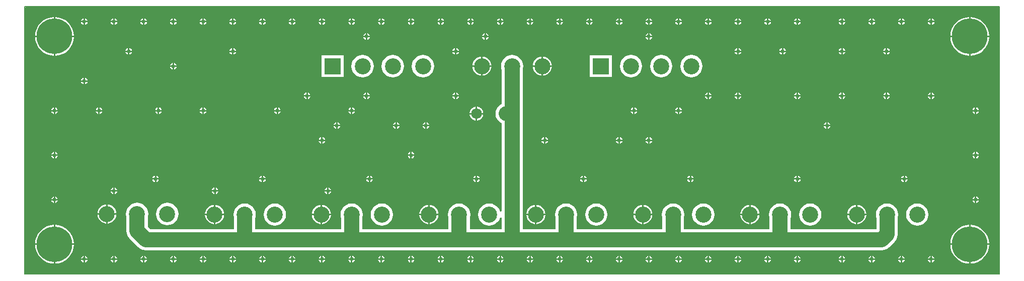
<source format=gbl>
%FSLAX25Y25*%
%MOIN*%
G70*
G01*
G75*
G04 Layer_Physical_Order=2*
G04 Layer_Color=16711680*
%ADD10R,0.02953X0.02362*%
%ADD11R,0.03937X0.04724*%
%ADD12R,0.04724X0.03937*%
%ADD13R,0.07087X0.09843*%
%ADD14C,0.05000*%
%ADD15C,0.01000*%
%ADD16C,0.07000*%
%ADD17C,0.00500*%
%ADD18C,0.00787*%
%ADD19C,0.10630*%
%ADD20C,0.23622*%
%ADD21C,0.07087*%
%ADD22R,0.10630X0.10630*%
%ADD23C,0.02400*%
%ADD24C,0.10000*%
G36*
X645669Y177165D02*
Y0D01*
X645669Y0D01*
X0D01*
Y176165D01*
X1000Y177165D01*
X645669Y177165D01*
D02*
G37*
%LPC*%
G36*
X125484Y54618D02*
X123841D01*
X123912Y54260D01*
X124398Y53532D01*
X125126Y53046D01*
X125484Y52974D01*
Y54618D01*
D02*
G37*
G36*
X128128D02*
X126484D01*
Y52974D01*
X126843Y53046D01*
X127570Y53532D01*
X128057Y54260D01*
X128128Y54618D01*
D02*
G37*
G36*
X58555D02*
X56911D01*
X56983Y54260D01*
X57469Y53532D01*
X58197Y53046D01*
X58555Y52974D01*
Y54618D01*
D02*
G37*
G36*
X61199D02*
X59555D01*
Y52974D01*
X59913Y53046D01*
X60641Y53532D01*
X61128Y54260D01*
X61199Y54618D01*
D02*
G37*
G36*
X58555Y57262D02*
X58197Y57191D01*
X57469Y56704D01*
X56983Y55976D01*
X56911Y55618D01*
X58555D01*
Y57262D01*
D02*
G37*
G36*
X59555D02*
Y55618D01*
X61199D01*
X61128Y55976D01*
X60641Y56704D01*
X59913Y57191D01*
X59555Y57262D01*
D02*
G37*
G36*
X200287Y54618D02*
X198644D01*
X198715Y54260D01*
X199201Y53532D01*
X199929Y53046D01*
X200287Y52974D01*
Y54618D01*
D02*
G37*
G36*
X202931D02*
X201287D01*
Y52974D01*
X201646Y53046D01*
X202374Y53532D01*
X202860Y54260D01*
X202931Y54618D01*
D02*
G37*
G36*
X629421Y48713D02*
X627778D01*
X627849Y48354D01*
X628335Y47627D01*
X629063Y47140D01*
X629421Y47069D01*
Y48713D01*
D02*
G37*
G36*
X632065D02*
X630421D01*
Y47069D01*
X630780Y47140D01*
X631507Y47627D01*
X631994Y48354D01*
X632065Y48713D01*
D02*
G37*
G36*
X19185D02*
X17541D01*
X17613Y48354D01*
X18099Y47627D01*
X18827Y47140D01*
X19185Y47069D01*
Y48713D01*
D02*
G37*
G36*
X21829D02*
X20185D01*
Y47069D01*
X20543Y47140D01*
X21271Y47627D01*
X21757Y48354D01*
X21829Y48713D01*
D02*
G37*
G36*
X629421Y51356D02*
X629063Y51285D01*
X628335Y50799D01*
X627849Y50071D01*
X627778Y49713D01*
X629421D01*
Y51356D01*
D02*
G37*
G36*
X630421D02*
Y49713D01*
X632065D01*
X631994Y50071D01*
X631507Y50799D01*
X630780Y51285D01*
X630421Y51356D01*
D02*
G37*
G36*
X19185D02*
X18827Y51285D01*
X18099Y50799D01*
X17613Y50071D01*
X17541Y49713D01*
X19185D01*
Y51356D01*
D02*
G37*
G36*
X20185D02*
Y49713D01*
X21829D01*
X21757Y50071D01*
X21271Y50799D01*
X20543Y51285D01*
X20185Y51356D01*
D02*
G37*
G36*
X298713Y62492D02*
X297069D01*
X297140Y62134D01*
X297626Y61406D01*
X298354Y60920D01*
X298713Y60848D01*
Y62492D01*
D02*
G37*
G36*
X301356D02*
X299713D01*
Y60848D01*
X300071Y60920D01*
X300799Y61406D01*
X301285Y62134D01*
X301356Y62492D01*
D02*
G37*
G36*
X227847D02*
X226203D01*
X226274Y62134D01*
X226760Y61406D01*
X227488Y60920D01*
X227847Y60848D01*
Y62492D01*
D02*
G37*
G36*
X230490D02*
X228847D01*
Y60848D01*
X229205Y60920D01*
X229933Y61406D01*
X230419Y62134D01*
X230490Y62492D01*
D02*
G37*
G36*
X440445D02*
X438801D01*
X438872Y62134D01*
X439359Y61406D01*
X440087Y60920D01*
X440445Y60848D01*
Y62492D01*
D02*
G37*
G36*
X443088D02*
X441445D01*
Y60848D01*
X441803Y60920D01*
X442531Y61406D01*
X443017Y62134D01*
X443088Y62492D01*
D02*
G37*
G36*
X369579D02*
X367935D01*
X368006Y62134D01*
X368493Y61406D01*
X369220Y60920D01*
X369579Y60848D01*
Y62492D01*
D02*
G37*
G36*
X372222D02*
X370579D01*
Y60848D01*
X370937Y60920D01*
X371665Y61406D01*
X372151Y62134D01*
X372222Y62492D01*
D02*
G37*
G36*
X200287Y57262D02*
X199929Y57191D01*
X199201Y56704D01*
X198715Y55976D01*
X198644Y55618D01*
X200287D01*
Y57262D01*
D02*
G37*
G36*
X201287D02*
Y55618D01*
X202931D01*
X202860Y55976D01*
X202374Y56704D01*
X201646Y57191D01*
X201287Y57262D01*
D02*
G37*
G36*
X125484D02*
X125126Y57191D01*
X124398Y56704D01*
X123912Y55976D01*
X123841Y55618D01*
X125484D01*
Y57262D01*
D02*
G37*
G36*
X126484D02*
Y55618D01*
X128128D01*
X128057Y55976D01*
X127570Y56704D01*
X126843Y57191D01*
X126484Y57262D01*
D02*
G37*
G36*
X156980Y62492D02*
X155337D01*
X155408Y62134D01*
X155894Y61406D01*
X156622Y60920D01*
X156980Y60848D01*
Y62492D01*
D02*
G37*
G36*
X159624D02*
X157980D01*
Y60848D01*
X158339Y60920D01*
X159066Y61406D01*
X159553Y62134D01*
X159624Y62492D01*
D02*
G37*
G36*
X86114D02*
X84470D01*
X84542Y62134D01*
X85028Y61406D01*
X85756Y60920D01*
X86114Y60848D01*
Y62492D01*
D02*
G37*
G36*
X88758D02*
X87114D01*
Y60848D01*
X87473Y60920D01*
X88200Y61406D01*
X88687Y62134D01*
X88758Y62492D01*
D02*
G37*
G36*
X322835Y145173D02*
X320925Y144922D01*
X319146Y144185D01*
X317618Y143012D01*
X316445Y141484D01*
X315708Y139705D01*
X315457Y137795D01*
X315708Y135886D01*
X315774Y135726D01*
Y112582D01*
X315367Y112414D01*
X313905Y111292D01*
X312783Y109829D01*
X312078Y108127D01*
X311837Y106299D01*
X312078Y104472D01*
X312783Y102769D01*
X313905Y101307D01*
X315367Y100185D01*
X315774Y100016D01*
Y41515D01*
X314843Y41280D01*
X314106Y43059D01*
X312934Y44587D01*
X311406Y45760D01*
X309626Y46497D01*
X307717Y46748D01*
X305807Y46497D01*
X304028Y45760D01*
X302500Y44587D01*
X301327Y43059D01*
X300590Y41280D01*
X300339Y39370D01*
X300590Y37461D01*
X301327Y35681D01*
X302500Y34153D01*
X304028Y32980D01*
X305807Y32243D01*
X307717Y31992D01*
X309626Y32243D01*
X311406Y32980D01*
X312934Y34153D01*
X314106Y35681D01*
X314843Y37461D01*
X315774Y37225D01*
Y29760D01*
X294777D01*
Y37301D01*
X294843Y37461D01*
X295095Y39370D01*
X294843Y41280D01*
X294106Y43059D01*
X292934Y44587D01*
X291406Y45760D01*
X289626Y46497D01*
X287717Y46748D01*
X285807Y46497D01*
X284028Y45760D01*
X282500Y44587D01*
X281327Y43059D01*
X280590Y41280D01*
X280339Y39370D01*
X280590Y37461D01*
X280656Y37301D01*
Y29760D01*
X223596D01*
Y37301D01*
X223662Y37461D01*
X223914Y39370D01*
X223662Y41280D01*
X222925Y43059D01*
X221753Y44587D01*
X220224Y45760D01*
X218445Y46497D01*
X216535Y46748D01*
X214626Y46497D01*
X212846Y45760D01*
X211318Y44587D01*
X210146Y43059D01*
X209409Y41280D01*
X209157Y39370D01*
X209409Y37461D01*
X209475Y37301D01*
Y29760D01*
X152730D01*
Y37301D01*
X152796Y37461D01*
X153047Y39370D01*
X152796Y41280D01*
X152059Y43059D01*
X150886Y44587D01*
X149358Y45760D01*
X147579Y46497D01*
X145669Y46748D01*
X143760Y46497D01*
X141980Y45760D01*
X140452Y44587D01*
X139280Y43059D01*
X138543Y41280D01*
X138291Y39370D01*
X138543Y37461D01*
X138609Y37301D01*
Y29760D01*
X83125D01*
X81470Y31415D01*
Y37694D01*
X81536Y37854D01*
X81788Y39764D01*
X81536Y41673D01*
X80799Y43453D01*
X79627Y44981D01*
X78099Y46153D01*
X76319Y46891D01*
X74410Y47142D01*
X72500Y46891D01*
X70720Y46153D01*
X69192Y44981D01*
X68020Y43453D01*
X67283Y41673D01*
X67031Y39764D01*
X67283Y37854D01*
X67349Y37694D01*
Y28490D01*
X67590Y26663D01*
X68295Y24960D01*
X69417Y23498D01*
X75208Y17707D01*
X76670Y16586D01*
X77169Y16379D01*
X78373Y15880D01*
X80200Y15640D01*
X80200Y15640D01*
X217500D01*
X217500Y15640D01*
X217500Y15640D01*
X287900D01*
X287900Y15640D01*
X287900Y15640D01*
X429700D01*
X429700Y15640D01*
X429700Y15640D01*
X567700D01*
X569527Y15880D01*
X571230Y16586D01*
X572692Y17707D01*
X576174Y21189D01*
X577296Y22651D01*
X577502Y23150D01*
X578001Y24354D01*
X578242Y26181D01*
X578242Y26181D01*
Y37301D01*
X578308Y37461D01*
X578559Y39370D01*
X578308Y41280D01*
X577571Y43059D01*
X576398Y44587D01*
X574870Y45760D01*
X573091Y46497D01*
X571181Y46748D01*
X569272Y46497D01*
X567492Y45760D01*
X565964Y44587D01*
X564792Y43059D01*
X564054Y41280D01*
X563803Y39370D01*
X564054Y37461D01*
X564121Y37301D01*
Y29760D01*
X507375D01*
Y37301D01*
X507442Y37461D01*
X507693Y39370D01*
X507442Y41280D01*
X506705Y43059D01*
X505532Y44587D01*
X504004Y45760D01*
X502225Y46497D01*
X500315Y46748D01*
X498405Y46497D01*
X496626Y45760D01*
X495098Y44587D01*
X493925Y43059D01*
X493188Y41280D01*
X492937Y39370D01*
X493188Y37461D01*
X493255Y37301D01*
Y29760D01*
X436509D01*
Y37301D01*
X436576Y37461D01*
X436827Y39370D01*
X436576Y41280D01*
X435839Y43059D01*
X434666Y44587D01*
X433138Y45760D01*
X431358Y46497D01*
X429449Y46748D01*
X427539Y46497D01*
X425760Y45760D01*
X424232Y44587D01*
X423059Y43059D01*
X422322Y41280D01*
X422071Y39370D01*
X422322Y37461D01*
X422389Y37301D01*
Y29760D01*
X365643D01*
Y37301D01*
X365709Y37461D01*
X365961Y39370D01*
X365709Y41280D01*
X364972Y43059D01*
X363800Y44587D01*
X362272Y45760D01*
X360492Y46497D01*
X358583Y46748D01*
X356673Y46497D01*
X354894Y45760D01*
X353366Y44587D01*
X352193Y43059D01*
X351456Y41280D01*
X351205Y39370D01*
X351456Y37461D01*
X351522Y37301D01*
Y29760D01*
X329895D01*
Y105900D01*
X329895Y105900D01*
X329895Y105900D01*
Y135726D01*
X329961Y135886D01*
X330213Y137795D01*
X329961Y139705D01*
X329224Y141484D01*
X328052Y143012D01*
X326524Y144185D01*
X324744Y144922D01*
X322835Y145173D01*
D02*
G37*
G36*
X479815Y38870D02*
X474011D01*
X474163Y37722D01*
X474799Y36185D01*
X475811Y34866D01*
X477130Y33854D01*
X478666Y33218D01*
X479815Y33066D01*
Y38870D01*
D02*
G37*
G36*
X486619D02*
X480815D01*
Y33066D01*
X481964Y33218D01*
X483500Y33854D01*
X484819Y34866D01*
X485831Y36185D01*
X486467Y37722D01*
X486619Y38870D01*
D02*
G37*
G36*
X408949D02*
X403145D01*
X403297Y37722D01*
X403933Y36185D01*
X404945Y34866D01*
X406264Y33854D01*
X407800Y33218D01*
X408949Y33066D01*
Y38870D01*
D02*
G37*
G36*
X415753D02*
X409949D01*
Y33066D01*
X411097Y33218D01*
X412634Y33854D01*
X413953Y34866D01*
X414965Y36185D01*
X415601Y37722D01*
X415753Y38870D01*
D02*
G37*
G36*
X53909Y39264D02*
X48106D01*
X48257Y38115D01*
X48893Y36579D01*
X49906Y35260D01*
X51225Y34248D01*
X52761Y33611D01*
X53909Y33460D01*
Y39264D01*
D02*
G37*
G36*
X60713D02*
X54909D01*
Y33460D01*
X56058Y33611D01*
X57594Y34248D01*
X58913Y35260D01*
X59926Y36579D01*
X60562Y38115D01*
X60713Y39264D01*
D02*
G37*
G36*
X550681Y38870D02*
X544877D01*
X545029Y37722D01*
X545665Y36185D01*
X546677Y34866D01*
X547997Y33854D01*
X549533Y33218D01*
X550681Y33066D01*
Y38870D01*
D02*
G37*
G36*
X557485D02*
X551681D01*
Y33066D01*
X552830Y33218D01*
X554366Y33854D01*
X555685Y34866D01*
X556697Y36185D01*
X557334Y37722D01*
X557485Y38870D01*
D02*
G37*
G36*
X196036D02*
X190232D01*
X190383Y37722D01*
X191019Y36185D01*
X192032Y34866D01*
X193351Y33854D01*
X194887Y33218D01*
X196036Y33066D01*
Y38870D01*
D02*
G37*
G36*
X202839D02*
X197036D01*
Y33066D01*
X198184Y33218D01*
X199720Y33854D01*
X201039Y34866D01*
X202052Y36185D01*
X202688Y37722D01*
X202839Y38870D01*
D02*
G37*
G36*
X125169D02*
X119366D01*
X119517Y37722D01*
X120153Y36185D01*
X121166Y34866D01*
X122485Y33854D01*
X124021Y33218D01*
X125169Y33066D01*
Y38870D01*
D02*
G37*
G36*
X131973D02*
X126169D01*
Y33066D01*
X127318Y33218D01*
X128854Y33854D01*
X130173Y34866D01*
X131185Y36185D01*
X131822Y37722D01*
X131973Y38870D01*
D02*
G37*
G36*
X338083D02*
X332279D01*
X332430Y37722D01*
X333067Y36185D01*
X334079Y34866D01*
X335398Y33854D01*
X336934Y33218D01*
X338083Y33066D01*
Y38870D01*
D02*
G37*
G36*
X344886D02*
X339083D01*
Y33066D01*
X340231Y33218D01*
X341768Y33854D01*
X343087Y34866D01*
X344099Y36185D01*
X344735Y37722D01*
X344886Y38870D01*
D02*
G37*
G36*
X267217D02*
X261413D01*
X261564Y37722D01*
X262200Y36185D01*
X263213Y34866D01*
X264532Y33854D01*
X266068Y33218D01*
X267217Y33066D01*
Y38870D01*
D02*
G37*
G36*
X274020D02*
X268217D01*
Y33066D01*
X269365Y33218D01*
X270901Y33854D01*
X272220Y34866D01*
X273233Y36185D01*
X273869Y37722D01*
X274020Y38870D01*
D02*
G37*
G36*
X479815Y45674D02*
X478666Y45523D01*
X477130Y44886D01*
X475811Y43874D01*
X474799Y42555D01*
X474163Y41019D01*
X474011Y39870D01*
X479815D01*
Y45674D01*
D02*
G37*
G36*
X480815D02*
Y39870D01*
X486619D01*
X486467Y41019D01*
X485831Y42555D01*
X484819Y43874D01*
X483500Y44886D01*
X481964Y45523D01*
X480815Y45674D01*
D02*
G37*
G36*
X408949D02*
X407800Y45523D01*
X406264Y44886D01*
X404945Y43874D01*
X403933Y42555D01*
X403297Y41019D01*
X403145Y39870D01*
X408949D01*
Y45674D01*
D02*
G37*
G36*
X409949D02*
Y39870D01*
X415753D01*
X415601Y41019D01*
X414965Y42555D01*
X413953Y43874D01*
X412634Y44886D01*
X411097Y45523D01*
X409949Y45674D01*
D02*
G37*
G36*
X53909Y46068D02*
X52761Y45916D01*
X51225Y45280D01*
X49906Y44268D01*
X48893Y42949D01*
X48257Y41412D01*
X48106Y40264D01*
X53909D01*
Y46068D01*
D02*
G37*
G36*
X54909D02*
Y40264D01*
X60713D01*
X60562Y41412D01*
X59926Y42949D01*
X58913Y44268D01*
X57594Y45280D01*
X56058Y45916D01*
X54909Y46068D01*
D02*
G37*
G36*
X550681Y45674D02*
X549533Y45523D01*
X547997Y44886D01*
X546677Y43874D01*
X545665Y42555D01*
X545029Y41019D01*
X544877Y39870D01*
X550681D01*
Y45674D01*
D02*
G37*
G36*
X551681D02*
Y39870D01*
X557485D01*
X557334Y41019D01*
X556697Y42555D01*
X555685Y43874D01*
X554366Y44886D01*
X552830Y45523D01*
X551681Y45674D01*
D02*
G37*
G36*
X196036D02*
X194887Y45523D01*
X193351Y44886D01*
X192032Y43874D01*
X191019Y42555D01*
X190383Y41019D01*
X190232Y39870D01*
X196036D01*
Y45674D01*
D02*
G37*
G36*
X197036D02*
Y39870D01*
X202839D01*
X202688Y41019D01*
X202052Y42555D01*
X201039Y43874D01*
X199720Y44886D01*
X198184Y45523D01*
X197036Y45674D01*
D02*
G37*
G36*
X125169D02*
X124021Y45523D01*
X122485Y44886D01*
X121166Y43874D01*
X120153Y42555D01*
X119517Y41019D01*
X119366Y39870D01*
X125169D01*
Y45674D01*
D02*
G37*
G36*
X126169D02*
Y39870D01*
X131973D01*
X131822Y41019D01*
X131185Y42555D01*
X130173Y43874D01*
X128854Y44886D01*
X127318Y45523D01*
X126169Y45674D01*
D02*
G37*
G36*
X338083D02*
X336934Y45523D01*
X335398Y44886D01*
X334079Y43874D01*
X333067Y42555D01*
X332430Y41019D01*
X332279Y39870D01*
X338083D01*
Y45674D01*
D02*
G37*
G36*
X339083D02*
Y39870D01*
X344886D01*
X344735Y41019D01*
X344099Y42555D01*
X343087Y43874D01*
X341768Y44886D01*
X340231Y45523D01*
X339083Y45674D01*
D02*
G37*
G36*
X267217D02*
X266068Y45523D01*
X264532Y44886D01*
X263213Y43874D01*
X262200Y42555D01*
X261564Y41019D01*
X261413Y39870D01*
X267217D01*
Y45674D01*
D02*
G37*
G36*
X268217D02*
Y39870D01*
X274020D01*
X273869Y41019D01*
X273233Y42555D01*
X272220Y43874D01*
X270901Y44886D01*
X269365Y45523D01*
X268217Y45674D01*
D02*
G37*
G36*
X344988Y90726D02*
Y89083D01*
X346632D01*
X346561Y89441D01*
X346074Y90169D01*
X345347Y90655D01*
X344988Y90726D01*
D02*
G37*
G36*
X393201D02*
X392842Y90655D01*
X392115Y90169D01*
X391628Y89441D01*
X391557Y89083D01*
X393201D01*
Y90726D01*
D02*
G37*
G36*
X197350D02*
Y89083D01*
X198994D01*
X198923Y89441D01*
X198436Y90169D01*
X197709Y90655D01*
X197350Y90726D01*
D02*
G37*
G36*
X343988D02*
X343630Y90655D01*
X342902Y90169D01*
X342416Y89441D01*
X342344Y89083D01*
X343988D01*
Y90726D01*
D02*
G37*
G36*
X413886D02*
Y89083D01*
X415529D01*
X415458Y89441D01*
X414972Y90169D01*
X414244Y90655D01*
X413886Y90726D01*
D02*
G37*
G36*
X206193Y97925D02*
X204549D01*
X204621Y97567D01*
X205107Y96839D01*
X205835Y96353D01*
X206193Y96282D01*
Y97925D01*
D02*
G37*
G36*
X394201Y90726D02*
Y89083D01*
X395844D01*
X395773Y89441D01*
X395287Y90169D01*
X394559Y90655D01*
X394201Y90726D01*
D02*
G37*
G36*
X412886D02*
X412527Y90655D01*
X411800Y90169D01*
X411313Y89441D01*
X411242Y89083D01*
X412886D01*
Y90726D01*
D02*
G37*
G36*
X346632Y88083D02*
X344988D01*
Y86439D01*
X345347Y86510D01*
X346074Y86997D01*
X346561Y87724D01*
X346632Y88083D01*
D02*
G37*
G36*
X393201D02*
X391557D01*
X391628Y87724D01*
X392115Y86997D01*
X392842Y86510D01*
X393201Y86439D01*
Y88083D01*
D02*
G37*
G36*
X198994D02*
X197350D01*
Y86439D01*
X197709Y86510D01*
X198436Y86997D01*
X198923Y87724D01*
X198994Y88083D01*
D02*
G37*
G36*
X343988D02*
X342344D01*
X342416Y87724D01*
X342902Y86997D01*
X343630Y86510D01*
X343988Y86439D01*
Y88083D01*
D02*
G37*
G36*
X415529D02*
X413886D01*
Y86439D01*
X414244Y86510D01*
X414972Y86997D01*
X415458Y87724D01*
X415529Y88083D01*
D02*
G37*
G36*
X196350Y90726D02*
X195992Y90655D01*
X195264Y90169D01*
X194778Y89441D01*
X194707Y89083D01*
X196350D01*
Y90726D01*
D02*
G37*
G36*
X395844Y88083D02*
X394201D01*
Y86439D01*
X394559Y86510D01*
X395287Y86997D01*
X395773Y87724D01*
X395844Y88083D01*
D02*
G37*
G36*
X412886D02*
X411242D01*
X411313Y87724D01*
X411800Y86997D01*
X412527Y86510D01*
X412886Y86439D01*
Y88083D01*
D02*
G37*
G36*
X246563Y100569D02*
Y98925D01*
X248207D01*
X248135Y99284D01*
X247649Y100011D01*
X246921Y100498D01*
X246563Y100569D01*
D02*
G37*
G36*
X265248D02*
X264890Y100498D01*
X264162Y100011D01*
X263676Y99284D01*
X263604Y98925D01*
X265248D01*
Y100569D01*
D02*
G37*
G36*
X207193D02*
Y98925D01*
X208837D01*
X208765Y99284D01*
X208279Y100011D01*
X207551Y100498D01*
X207193Y100569D01*
D02*
G37*
G36*
X245563D02*
X245205Y100498D01*
X244477Y100011D01*
X243991Y99284D01*
X243919Y98925D01*
X245563D01*
Y100569D01*
D02*
G37*
G36*
X531996D02*
Y98925D01*
X533640D01*
X533568Y99284D01*
X533082Y100011D01*
X532354Y100498D01*
X531996Y100569D01*
D02*
G37*
G36*
X298713Y105799D02*
X294680D01*
X294933Y104526D01*
X295937Y103024D01*
X297440Y102020D01*
X298713Y101766D01*
Y105799D01*
D02*
G37*
G36*
X266248Y100569D02*
Y98925D01*
X267892D01*
X267820Y99284D01*
X267334Y100011D01*
X266606Y100498D01*
X266248Y100569D01*
D02*
G37*
G36*
X530996D02*
X530638Y100498D01*
X529910Y100011D01*
X529424Y99284D01*
X529352Y98925D01*
X530996D01*
Y100569D01*
D02*
G37*
G36*
X248207Y97925D02*
X246563D01*
Y96282D01*
X246921Y96353D01*
X247649Y96839D01*
X248135Y97567D01*
X248207Y97925D01*
D02*
G37*
G36*
X265248D02*
X263604D01*
X263676Y97567D01*
X264162Y96839D01*
X264890Y96353D01*
X265248Y96282D01*
Y97925D01*
D02*
G37*
G36*
X208837D02*
X207193D01*
Y96282D01*
X207551Y96353D01*
X208279Y96839D01*
X208765Y97567D01*
X208837Y97925D01*
D02*
G37*
G36*
X245563D02*
X243919D01*
X243991Y97567D01*
X244477Y96839D01*
X245205Y96353D01*
X245563Y96282D01*
Y97925D01*
D02*
G37*
G36*
X533640D02*
X531996D01*
Y96282D01*
X532354Y96353D01*
X533082Y96839D01*
X533568Y97567D01*
X533640Y97925D01*
D02*
G37*
G36*
X206193Y100569D02*
X205835Y100498D01*
X205107Y100011D01*
X204621Y99284D01*
X204549Y98925D01*
X206193D01*
Y100569D01*
D02*
G37*
G36*
X267892Y97925D02*
X266248D01*
Y96282D01*
X266606Y96353D01*
X267334Y96839D01*
X267820Y97567D01*
X267892Y97925D01*
D02*
G37*
G36*
X530996D02*
X529352D01*
X529424Y97567D01*
X529910Y96839D01*
X530638Y96353D01*
X530996Y96282D01*
Y97925D01*
D02*
G37*
G36*
X196350Y88083D02*
X194707D01*
X194778Y87724D01*
X195264Y86997D01*
X195992Y86510D01*
X196350Y86439D01*
Y88083D01*
D02*
G37*
G36*
X298713Y65136D02*
X298354Y65065D01*
X297626Y64578D01*
X297140Y63850D01*
X297069Y63492D01*
X298713D01*
Y65136D01*
D02*
G37*
G36*
X299713D02*
Y63492D01*
X301356D01*
X301285Y63850D01*
X300799Y64578D01*
X300071Y65065D01*
X299713Y65136D01*
D02*
G37*
G36*
X227847D02*
X227488Y65065D01*
X226760Y64578D01*
X226274Y63850D01*
X226203Y63492D01*
X227847D01*
Y65136D01*
D02*
G37*
G36*
X228847D02*
Y63492D01*
X230490D01*
X230419Y63850D01*
X229933Y64578D01*
X229205Y65065D01*
X228847Y65136D01*
D02*
G37*
G36*
X440445D02*
X440087Y65065D01*
X439359Y64578D01*
X438872Y63850D01*
X438801Y63492D01*
X440445D01*
Y65136D01*
D02*
G37*
G36*
X441445D02*
Y63492D01*
X443088D01*
X443017Y63850D01*
X442531Y64578D01*
X441803Y65065D01*
X441445Y65136D01*
D02*
G37*
G36*
X369579D02*
X369220Y65065D01*
X368493Y64578D01*
X368006Y63850D01*
X367935Y63492D01*
X369579D01*
Y65136D01*
D02*
G37*
G36*
X370579D02*
Y63492D01*
X372222D01*
X372151Y63850D01*
X371665Y64578D01*
X370937Y65065D01*
X370579Y65136D01*
D02*
G37*
G36*
X582177Y62492D02*
X580534D01*
X580605Y62134D01*
X581091Y61406D01*
X581819Y60920D01*
X582177Y60848D01*
Y62492D01*
D02*
G37*
G36*
X584821D02*
X583177D01*
Y60848D01*
X583536Y60920D01*
X584263Y61406D01*
X584750Y62134D01*
X584821Y62492D01*
D02*
G37*
G36*
X511311D02*
X509667D01*
X509739Y62134D01*
X510225Y61406D01*
X510953Y60920D01*
X511311Y60848D01*
Y62492D01*
D02*
G37*
G36*
X513955D02*
X512311D01*
Y60848D01*
X512669Y60920D01*
X513397Y61406D01*
X513883Y62134D01*
X513955Y62492D01*
D02*
G37*
G36*
X156980Y65136D02*
X156622Y65065D01*
X155894Y64578D01*
X155408Y63850D01*
X155337Y63492D01*
X156980D01*
Y65136D01*
D02*
G37*
G36*
X157980D02*
Y63492D01*
X159624D01*
X159553Y63850D01*
X159066Y64578D01*
X158339Y65065D01*
X157980Y65136D01*
D02*
G37*
G36*
X86114D02*
X85756Y65065D01*
X85028Y64578D01*
X84542Y63850D01*
X84470Y63492D01*
X86114D01*
Y65136D01*
D02*
G37*
G36*
X87114D02*
Y63492D01*
X88758D01*
X88687Y63850D01*
X88200Y64578D01*
X87473Y65065D01*
X87114Y65136D01*
D02*
G37*
G36*
X19185Y80884D02*
X18827Y80813D01*
X18099Y80326D01*
X17613Y79599D01*
X17541Y79240D01*
X19185D01*
Y80884D01*
D02*
G37*
G36*
X20185D02*
Y79240D01*
X21829D01*
X21757Y79599D01*
X21271Y80326D01*
X20543Y80813D01*
X20185Y80884D01*
D02*
G37*
G36*
X629421Y78240D02*
X627778D01*
X627849Y77882D01*
X628335Y77154D01*
X629063Y76668D01*
X629421Y76596D01*
Y78240D01*
D02*
G37*
G36*
X632065D02*
X630421D01*
Y76596D01*
X630780Y76668D01*
X631507Y77154D01*
X631994Y77882D01*
X632065Y78240D01*
D02*
G37*
G36*
X629421Y80884D02*
X629063Y80813D01*
X628335Y80326D01*
X627849Y79599D01*
X627778Y79240D01*
X629421D01*
Y80884D01*
D02*
G37*
G36*
X630421D02*
Y79240D01*
X632065D01*
X631994Y79599D01*
X631507Y80326D01*
X630780Y80813D01*
X630421Y80884D01*
D02*
G37*
G36*
X255405D02*
X255047Y80813D01*
X254319Y80326D01*
X253833Y79599D01*
X253762Y79240D01*
X255405D01*
Y80884D01*
D02*
G37*
G36*
X256405D02*
Y79240D01*
X258049D01*
X257978Y79599D01*
X257492Y80326D01*
X256764Y80813D01*
X256405Y80884D01*
D02*
G37*
G36*
X582177Y65136D02*
X581819Y65065D01*
X581091Y64578D01*
X580605Y63850D01*
X580534Y63492D01*
X582177D01*
Y65136D01*
D02*
G37*
G36*
X583177D02*
Y63492D01*
X584821D01*
X584750Y63850D01*
X584263Y64578D01*
X583536Y65065D01*
X583177Y65136D01*
D02*
G37*
G36*
X511311D02*
X510953Y65065D01*
X510225Y64578D01*
X509739Y63850D01*
X509667Y63492D01*
X511311D01*
Y65136D01*
D02*
G37*
G36*
X512311D02*
Y63492D01*
X513955D01*
X513883Y63850D01*
X513397Y64578D01*
X512669Y65065D01*
X512311Y65136D01*
D02*
G37*
G36*
X255405Y78240D02*
X253762D01*
X253833Y77882D01*
X254319Y77154D01*
X255047Y76668D01*
X255405Y76596D01*
Y78240D01*
D02*
G37*
G36*
X258049D02*
X256405D01*
Y76596D01*
X256764Y76668D01*
X257492Y77154D01*
X257978Y77882D01*
X258049Y78240D01*
D02*
G37*
G36*
X19185D02*
X17541D01*
X17613Y77882D01*
X18099Y77154D01*
X18827Y76668D01*
X19185Y76596D01*
Y78240D01*
D02*
G37*
G36*
X21829D02*
X20185D01*
Y76596D01*
X20543Y76668D01*
X21271Y77154D01*
X21757Y77882D01*
X21829Y78240D01*
D02*
G37*
G36*
X94410Y47142D02*
X92500Y46891D01*
X90720Y46153D01*
X89192Y44981D01*
X88020Y43453D01*
X87283Y41673D01*
X87031Y39764D01*
X87283Y37854D01*
X88020Y36075D01*
X89192Y34547D01*
X90720Y33374D01*
X92500Y32637D01*
X94410Y32386D01*
X96319Y32637D01*
X98099Y33374D01*
X99627Y34547D01*
X100799Y36075D01*
X101536Y37854D01*
X101788Y39764D01*
X101536Y41673D01*
X100799Y43453D01*
X99627Y44981D01*
X98099Y46153D01*
X96319Y46891D01*
X94410Y47142D01*
D02*
G37*
G36*
X415529Y9342D02*
X413886D01*
Y7699D01*
X414244Y7770D01*
X414972Y8256D01*
X415458Y8984D01*
X415529Y9342D01*
D02*
G37*
G36*
X432571D02*
X430927D01*
X430999Y8984D01*
X431485Y8256D01*
X432212Y7770D01*
X432571Y7699D01*
Y9342D01*
D02*
G37*
G36*
X395844D02*
X394201D01*
Y7699D01*
X394559Y7770D01*
X395287Y8256D01*
X395773Y8984D01*
X395844Y9342D01*
D02*
G37*
G36*
X412886D02*
X411242D01*
X411313Y8984D01*
X411800Y8256D01*
X412527Y7770D01*
X412886Y7699D01*
Y9342D01*
D02*
G37*
G36*
X454900D02*
X453256D01*
Y7699D01*
X453614Y7770D01*
X454342Y8256D01*
X454828Y8984D01*
X454900Y9342D01*
D02*
G37*
G36*
X471941D02*
X470297D01*
X470369Y8984D01*
X470855Y8256D01*
X471583Y7770D01*
X471941Y7699D01*
Y9342D01*
D02*
G37*
G36*
X435215D02*
X433571D01*
Y7699D01*
X433929Y7770D01*
X434657Y8256D01*
X435143Y8984D01*
X435215Y9342D01*
D02*
G37*
G36*
X452256D02*
X450612D01*
X450684Y8984D01*
X451170Y8256D01*
X451897Y7770D01*
X452256Y7699D01*
Y9342D01*
D02*
G37*
G36*
X336789D02*
X335146D01*
Y7699D01*
X335504Y7770D01*
X336232Y8256D01*
X336718Y8984D01*
X336789Y9342D01*
D02*
G37*
G36*
X353831D02*
X352187D01*
X352258Y8984D01*
X352745Y8256D01*
X353472Y7770D01*
X353831Y7699D01*
Y9342D01*
D02*
G37*
G36*
X317104D02*
X315461D01*
Y7699D01*
X315819Y7770D01*
X316547Y8256D01*
X317033Y8984D01*
X317104Y9342D01*
D02*
G37*
G36*
X334146D02*
X332502D01*
X332573Y8984D01*
X333060Y8256D01*
X333787Y7770D01*
X334146Y7699D01*
Y9342D01*
D02*
G37*
G36*
X376159D02*
X374516D01*
Y7699D01*
X374874Y7770D01*
X375602Y8256D01*
X376088Y8984D01*
X376159Y9342D01*
D02*
G37*
G36*
X393201D02*
X391557D01*
X391628Y8984D01*
X392115Y8256D01*
X392842Y7770D01*
X393201Y7699D01*
Y9342D01*
D02*
G37*
G36*
X356474D02*
X354831D01*
Y7699D01*
X355189Y7770D01*
X355917Y8256D01*
X356403Y8984D01*
X356474Y9342D01*
D02*
G37*
G36*
X373516D02*
X371872D01*
X371943Y8984D01*
X372430Y8256D01*
X373157Y7770D01*
X373516Y7699D01*
Y9342D01*
D02*
G37*
G36*
X582852D02*
X581209D01*
Y7699D01*
X581567Y7770D01*
X582295Y8256D01*
X582781Y8984D01*
X582852Y9342D01*
D02*
G37*
G36*
X599894D02*
X598250D01*
X598321Y8984D01*
X598808Y8256D01*
X599535Y7770D01*
X599894Y7699D01*
Y9342D01*
D02*
G37*
G36*
X563167D02*
X561524D01*
Y7699D01*
X561882Y7770D01*
X562610Y8256D01*
X563096Y8984D01*
X563167Y9342D01*
D02*
G37*
G36*
X580209D02*
X578565D01*
X578636Y8984D01*
X579122Y8256D01*
X579850Y7770D01*
X580209Y7699D01*
Y9342D01*
D02*
G37*
G36*
X39870Y11986D02*
Y10343D01*
X41514D01*
X41442Y10701D01*
X40956Y11429D01*
X40229Y11915D01*
X39870Y11986D01*
D02*
G37*
G36*
X58555D02*
X58197Y11915D01*
X57469Y11429D01*
X56983Y10701D01*
X56911Y10343D01*
X58555D01*
Y11986D01*
D02*
G37*
G36*
X602537Y9342D02*
X600894D01*
Y7699D01*
X601252Y7770D01*
X601980Y8256D01*
X602466Y8984D01*
X602537Y9342D01*
D02*
G37*
G36*
X38870Y11986D02*
X38512Y11915D01*
X37784Y11429D01*
X37298Y10701D01*
X37226Y10343D01*
X38870D01*
Y11986D01*
D02*
G37*
G36*
X494270Y9342D02*
X492626D01*
Y7699D01*
X492984Y7770D01*
X493712Y8256D01*
X494198Y8984D01*
X494270Y9342D01*
D02*
G37*
G36*
X511311D02*
X509667D01*
X509739Y8984D01*
X510225Y8256D01*
X510953Y7770D01*
X511311Y7699D01*
Y9342D01*
D02*
G37*
G36*
X474585D02*
X472941D01*
Y7699D01*
X473299Y7770D01*
X474027Y8256D01*
X474513Y8984D01*
X474585Y9342D01*
D02*
G37*
G36*
X491626D02*
X489982D01*
X490054Y8984D01*
X490540Y8256D01*
X491268Y7770D01*
X491626Y7699D01*
Y9342D01*
D02*
G37*
G36*
X543482D02*
X541839D01*
Y7699D01*
X542197Y7770D01*
X542925Y8256D01*
X543411Y8984D01*
X543482Y9342D01*
D02*
G37*
G36*
X560524D02*
X558880D01*
X558951Y8984D01*
X559438Y8256D01*
X560165Y7770D01*
X560524Y7699D01*
Y9342D01*
D02*
G37*
G36*
X513955D02*
X512311D01*
Y7699D01*
X512669Y7770D01*
X513397Y8256D01*
X513883Y8984D01*
X513955Y9342D01*
D02*
G37*
G36*
X540839D02*
X539195D01*
X539266Y8984D01*
X539752Y8256D01*
X540480Y7770D01*
X540839Y7699D01*
Y9342D01*
D02*
G37*
G36*
X314461D02*
X312817D01*
X312888Y8984D01*
X313374Y8256D01*
X314102Y7770D01*
X314461Y7699D01*
Y9342D01*
D02*
G37*
G36*
X97925D02*
X96282D01*
X96353Y8984D01*
X96839Y8256D01*
X97567Y7770D01*
X97925Y7699D01*
Y9342D01*
D02*
G37*
G36*
X100569D02*
X98925D01*
Y7699D01*
X99284Y7770D01*
X100011Y8256D01*
X100498Y8984D01*
X100569Y9342D01*
D02*
G37*
G36*
X78240D02*
X76596D01*
X76668Y8984D01*
X77154Y8256D01*
X77882Y7770D01*
X78240Y7699D01*
Y9342D01*
D02*
G37*
G36*
X80884D02*
X79240D01*
Y7699D01*
X79599Y7770D01*
X80326Y8256D01*
X80813Y8984D01*
X80884Y9342D01*
D02*
G37*
G36*
X137295D02*
X135652D01*
X135723Y8984D01*
X136209Y8256D01*
X136937Y7770D01*
X137295Y7699D01*
Y9342D01*
D02*
G37*
G36*
X139939D02*
X138295D01*
Y7699D01*
X138654Y7770D01*
X139381Y8256D01*
X139868Y8984D01*
X139939Y9342D01*
D02*
G37*
G36*
X117610D02*
X115967D01*
X116038Y8984D01*
X116524Y8256D01*
X117252Y7770D01*
X117610Y7699D01*
Y9342D01*
D02*
G37*
G36*
X120254D02*
X118610D01*
Y7699D01*
X118969Y7770D01*
X119696Y8256D01*
X120183Y8984D01*
X120254Y9342D01*
D02*
G37*
G36*
X625484Y19185D02*
X613161D01*
X613359Y17174D01*
X614091Y14759D01*
X615281Y12533D01*
X616882Y10582D01*
X618832Y8981D01*
X621058Y7792D01*
X623473Y7059D01*
X625484Y6861D01*
Y19185D01*
D02*
G37*
G36*
X638808D02*
X626484D01*
Y6861D01*
X628496Y7059D01*
X630910Y7792D01*
X633136Y8981D01*
X635087Y10582D01*
X636688Y12533D01*
X637877Y14759D01*
X638610Y17174D01*
X638808Y19185D01*
D02*
G37*
G36*
X19185D02*
X6861D01*
X7059Y17174D01*
X7792Y14759D01*
X8981Y12533D01*
X10582Y10582D01*
X12533Y8981D01*
X14759Y7792D01*
X17174Y7059D01*
X19185Y6861D01*
Y19185D01*
D02*
G37*
G36*
X32509D02*
X20185D01*
Y6861D01*
X22196Y7059D01*
X24611Y7792D01*
X26837Y8981D01*
X28788Y10582D01*
X30389Y12533D01*
X31578Y14759D01*
X32311Y17174D01*
X32509Y19185D01*
D02*
G37*
G36*
X58555Y9342D02*
X56911D01*
X56983Y8984D01*
X57469Y8256D01*
X58197Y7770D01*
X58555Y7699D01*
Y9342D01*
D02*
G37*
G36*
X61199D02*
X59555D01*
Y7699D01*
X59913Y7770D01*
X60641Y8256D01*
X61128Y8984D01*
X61199Y9342D01*
D02*
G37*
G36*
X38870D02*
X37226D01*
X37298Y8984D01*
X37784Y8256D01*
X38512Y7770D01*
X38870Y7699D01*
Y9342D01*
D02*
G37*
G36*
X41514D02*
X39870D01*
Y7699D01*
X40229Y7770D01*
X40956Y8256D01*
X41442Y8984D01*
X41514Y9342D01*
D02*
G37*
G36*
X255405D02*
X253762D01*
X253833Y8984D01*
X254319Y8256D01*
X255047Y7770D01*
X255405Y7699D01*
Y9342D01*
D02*
G37*
G36*
X258049D02*
X256405D01*
Y7699D01*
X256764Y7770D01*
X257492Y8256D01*
X257978Y8984D01*
X258049Y9342D01*
D02*
G37*
G36*
X235720D02*
X234077D01*
X234148Y8984D01*
X234634Y8256D01*
X235362Y7770D01*
X235720Y7699D01*
Y9342D01*
D02*
G37*
G36*
X238364D02*
X236720D01*
Y7699D01*
X237079Y7770D01*
X237807Y8256D01*
X238293Y8984D01*
X238364Y9342D01*
D02*
G37*
G36*
X294776D02*
X293132D01*
X293203Y8984D01*
X293689Y8256D01*
X294417Y7770D01*
X294776Y7699D01*
Y9342D01*
D02*
G37*
G36*
X297419D02*
X295776D01*
Y7699D01*
X296134Y7770D01*
X296862Y8256D01*
X297348Y8984D01*
X297419Y9342D01*
D02*
G37*
G36*
X275091D02*
X273447D01*
X273518Y8984D01*
X274004Y8256D01*
X274732Y7770D01*
X275091Y7699D01*
Y9342D01*
D02*
G37*
G36*
X277734D02*
X276091D01*
Y7699D01*
X276449Y7770D01*
X277177Y8256D01*
X277663Y8984D01*
X277734Y9342D01*
D02*
G37*
G36*
X176665D02*
X175022D01*
X175093Y8984D01*
X175579Y8256D01*
X176307Y7770D01*
X176665Y7699D01*
Y9342D01*
D02*
G37*
G36*
X179309D02*
X177665D01*
Y7699D01*
X178024Y7770D01*
X178752Y8256D01*
X179238Y8984D01*
X179309Y9342D01*
D02*
G37*
G36*
X156980D02*
X155337D01*
X155408Y8984D01*
X155894Y8256D01*
X156622Y7770D01*
X156980Y7699D01*
Y9342D01*
D02*
G37*
G36*
X159624D02*
X157980D01*
Y7699D01*
X158339Y7770D01*
X159066Y8256D01*
X159553Y8984D01*
X159624Y9342D01*
D02*
G37*
G36*
X216035D02*
X214392D01*
X214463Y8984D01*
X214949Y8256D01*
X215677Y7770D01*
X216035Y7699D01*
Y9342D01*
D02*
G37*
G36*
X218679D02*
X217035D01*
Y7699D01*
X217394Y7770D01*
X218122Y8256D01*
X218608Y8984D01*
X218679Y9342D01*
D02*
G37*
G36*
X196350D02*
X194707D01*
X194778Y8984D01*
X195264Y8256D01*
X195992Y7770D01*
X196350Y7699D01*
Y9342D01*
D02*
G37*
G36*
X198994D02*
X197350D01*
Y7699D01*
X197709Y7770D01*
X198436Y8256D01*
X198923Y8984D01*
X198994Y9342D01*
D02*
G37*
G36*
X491626Y11986D02*
X491268Y11915D01*
X490540Y11429D01*
X490054Y10701D01*
X489982Y10343D01*
X491626D01*
Y11986D01*
D02*
G37*
G36*
X492626D02*
Y10343D01*
X494270D01*
X494198Y10701D01*
X493712Y11429D01*
X492984Y11915D01*
X492626Y11986D01*
D02*
G37*
G36*
X471941D02*
X471583Y11915D01*
X470855Y11429D01*
X470369Y10701D01*
X470297Y10343D01*
X471941D01*
Y11986D01*
D02*
G37*
G36*
X472941D02*
Y10343D01*
X474585D01*
X474513Y10701D01*
X474027Y11429D01*
X473299Y11915D01*
X472941Y11986D01*
D02*
G37*
G36*
X540839D02*
X540480Y11915D01*
X539752Y11429D01*
X539266Y10701D01*
X539195Y10343D01*
X540839D01*
Y11986D01*
D02*
G37*
G36*
X541839D02*
Y10343D01*
X543482D01*
X543411Y10701D01*
X542925Y11429D01*
X542197Y11915D01*
X541839Y11986D01*
D02*
G37*
G36*
X511311D02*
X510953Y11915D01*
X510225Y11429D01*
X509739Y10701D01*
X509667Y10343D01*
X511311D01*
Y11986D01*
D02*
G37*
G36*
X512311D02*
Y10343D01*
X513955D01*
X513883Y10701D01*
X513397Y11429D01*
X512669Y11915D01*
X512311Y11986D01*
D02*
G37*
G36*
X412886D02*
X412527Y11915D01*
X411800Y11429D01*
X411313Y10701D01*
X411242Y10343D01*
X412886D01*
Y11986D01*
D02*
G37*
G36*
X413886D02*
Y10343D01*
X415529D01*
X415458Y10701D01*
X414972Y11429D01*
X414244Y11915D01*
X413886Y11986D01*
D02*
G37*
G36*
X393201D02*
X392842Y11915D01*
X392115Y11429D01*
X391628Y10701D01*
X391557Y10343D01*
X393201D01*
Y11986D01*
D02*
G37*
G36*
X394201D02*
Y10343D01*
X395844D01*
X395773Y10701D01*
X395287Y11429D01*
X394559Y11915D01*
X394201Y11986D01*
D02*
G37*
G36*
X452256D02*
X451897Y11915D01*
X451170Y11429D01*
X450684Y10701D01*
X450612Y10343D01*
X452256D01*
Y11986D01*
D02*
G37*
G36*
X453256D02*
Y10343D01*
X454900D01*
X454828Y10701D01*
X454342Y11429D01*
X453614Y11915D01*
X453256Y11986D01*
D02*
G37*
G36*
X432571D02*
X432212Y11915D01*
X431485Y11429D01*
X430999Y10701D01*
X430927Y10343D01*
X432571D01*
Y11986D01*
D02*
G37*
G36*
X433571D02*
Y10343D01*
X435215D01*
X435143Y10701D01*
X434657Y11429D01*
X433929Y11915D01*
X433571Y11986D01*
D02*
G37*
G36*
X165669Y46748D02*
X163760Y46497D01*
X161980Y45760D01*
X160452Y44587D01*
X159280Y43059D01*
X158543Y41280D01*
X158291Y39370D01*
X158543Y37461D01*
X159280Y35681D01*
X160452Y34153D01*
X161980Y32980D01*
X163760Y32243D01*
X165669Y31992D01*
X167579Y32243D01*
X169358Y32980D01*
X170886Y34153D01*
X172059Y35681D01*
X172796Y37461D01*
X173047Y39370D01*
X172796Y41280D01*
X172059Y43059D01*
X170886Y44587D01*
X169358Y45760D01*
X167579Y46497D01*
X165669Y46748D01*
D02*
G37*
G36*
X236536D02*
X234626Y46497D01*
X232846Y45760D01*
X231318Y44587D01*
X230146Y43059D01*
X229409Y41280D01*
X229157Y39370D01*
X229409Y37461D01*
X230146Y35681D01*
X231318Y34153D01*
X232846Y32980D01*
X234626Y32243D01*
X236536Y31992D01*
X238445Y32243D01*
X240225Y32980D01*
X241753Y34153D01*
X242925Y35681D01*
X243662Y37461D01*
X243914Y39370D01*
X243662Y41280D01*
X242925Y43059D01*
X241753Y44587D01*
X240225Y45760D01*
X238445Y46497D01*
X236536Y46748D01*
D02*
G37*
G36*
X625484Y32509D02*
X623473Y32311D01*
X621058Y31578D01*
X618832Y30389D01*
X616882Y28788D01*
X615281Y26837D01*
X614091Y24611D01*
X613359Y22196D01*
X613161Y20185D01*
X625484D01*
Y32509D01*
D02*
G37*
G36*
X626484D02*
Y20185D01*
X638808D01*
X638610Y22196D01*
X637877Y24611D01*
X636688Y26837D01*
X635087Y28788D01*
X633136Y30389D01*
X630910Y31578D01*
X628496Y32311D01*
X626484Y32509D01*
D02*
G37*
G36*
X520315Y46748D02*
X518405Y46497D01*
X516626Y45760D01*
X515098Y44587D01*
X513925Y43059D01*
X513188Y41280D01*
X512937Y39370D01*
X513188Y37461D01*
X513925Y35681D01*
X515098Y34153D01*
X516626Y32980D01*
X518405Y32243D01*
X520315Y31992D01*
X522225Y32243D01*
X524004Y32980D01*
X525532Y34153D01*
X526705Y35681D01*
X527442Y37461D01*
X527693Y39370D01*
X527442Y41280D01*
X526705Y43059D01*
X525532Y44587D01*
X524004Y45760D01*
X522225Y46497D01*
X520315Y46748D01*
D02*
G37*
G36*
X591181D02*
X589272Y46497D01*
X587492Y45760D01*
X585964Y44587D01*
X584792Y43059D01*
X584055Y41280D01*
X583803Y39370D01*
X584055Y37461D01*
X584792Y35681D01*
X585964Y34153D01*
X587492Y32980D01*
X589272Y32243D01*
X591181Y31992D01*
X593091Y32243D01*
X594870Y32980D01*
X596398Y34153D01*
X597571Y35681D01*
X598308Y37461D01*
X598559Y39370D01*
X598308Y41280D01*
X597571Y43059D01*
X596398Y44587D01*
X594870Y45760D01*
X593091Y46497D01*
X591181Y46748D01*
D02*
G37*
G36*
X378583D02*
X376673Y46497D01*
X374894Y45760D01*
X373366Y44587D01*
X372193Y43059D01*
X371456Y41280D01*
X371205Y39370D01*
X371456Y37461D01*
X372193Y35681D01*
X373366Y34153D01*
X374894Y32980D01*
X376673Y32243D01*
X378583Y31992D01*
X380492Y32243D01*
X382272Y32980D01*
X383800Y34153D01*
X384972Y35681D01*
X385709Y37461D01*
X385961Y39370D01*
X385709Y41280D01*
X384972Y43059D01*
X383800Y44587D01*
X382272Y45760D01*
X380492Y46497D01*
X378583Y46748D01*
D02*
G37*
G36*
X449449D02*
X447539Y46497D01*
X445760Y45760D01*
X444232Y44587D01*
X443059Y43059D01*
X442322Y41280D01*
X442071Y39370D01*
X442322Y37461D01*
X443059Y35681D01*
X444232Y34153D01*
X445760Y32980D01*
X447539Y32243D01*
X449449Y31992D01*
X451359Y32243D01*
X453138Y32980D01*
X454666Y34153D01*
X455838Y35681D01*
X456576Y37461D01*
X456827Y39370D01*
X456576Y41280D01*
X455838Y43059D01*
X454666Y44587D01*
X453138Y45760D01*
X451359Y46497D01*
X449449Y46748D01*
D02*
G37*
G36*
X580209Y11986D02*
X579850Y11915D01*
X579122Y11429D01*
X578636Y10701D01*
X578565Y10343D01*
X580209D01*
Y11986D01*
D02*
G37*
G36*
X581209D02*
Y10343D01*
X582852D01*
X582781Y10701D01*
X582295Y11429D01*
X581567Y11915D01*
X581209Y11986D01*
D02*
G37*
G36*
X560524D02*
X560165Y11915D01*
X559438Y11429D01*
X558951Y10701D01*
X558880Y10343D01*
X560524D01*
Y11986D01*
D02*
G37*
G36*
X561524D02*
Y10343D01*
X563167D01*
X563096Y10701D01*
X562610Y11429D01*
X561882Y11915D01*
X561524Y11986D01*
D02*
G37*
G36*
X19185Y32509D02*
X17174Y32311D01*
X14759Y31578D01*
X12533Y30389D01*
X10582Y28788D01*
X8981Y26837D01*
X7792Y24611D01*
X7059Y22196D01*
X6861Y20185D01*
X19185D01*
Y32509D01*
D02*
G37*
G36*
X20185D02*
Y20185D01*
X32509D01*
X32311Y22196D01*
X31578Y24611D01*
X30389Y26837D01*
X28788Y28788D01*
X26837Y30389D01*
X24611Y31578D01*
X22196Y32311D01*
X20185Y32509D01*
D02*
G37*
G36*
X599894Y11986D02*
X599535Y11915D01*
X598808Y11429D01*
X598321Y10701D01*
X598250Y10343D01*
X599894D01*
Y11986D01*
D02*
G37*
G36*
X600894D02*
Y10343D01*
X602537D01*
X602466Y10701D01*
X601980Y11429D01*
X601252Y11915D01*
X600894Y11986D01*
D02*
G37*
G36*
X374516D02*
Y10343D01*
X376159D01*
X376088Y10701D01*
X375602Y11429D01*
X374874Y11915D01*
X374516Y11986D01*
D02*
G37*
G36*
X157980D02*
Y10343D01*
X159624D01*
X159553Y10701D01*
X159066Y11429D01*
X158339Y11915D01*
X157980Y11986D01*
D02*
G37*
G36*
X176665D02*
X176307Y11915D01*
X175579Y11429D01*
X175093Y10701D01*
X175022Y10343D01*
X176665D01*
Y11986D01*
D02*
G37*
G36*
X138295D02*
Y10343D01*
X139939D01*
X139868Y10701D01*
X139381Y11429D01*
X138654Y11915D01*
X138295Y11986D01*
D02*
G37*
G36*
X156980D02*
X156622Y11915D01*
X155894Y11429D01*
X155408Y10701D01*
X155337Y10343D01*
X156980D01*
Y11986D01*
D02*
G37*
G36*
X197350D02*
Y10343D01*
X198994D01*
X198923Y10701D01*
X198436Y11429D01*
X197709Y11915D01*
X197350Y11986D01*
D02*
G37*
G36*
X216035D02*
X215677Y11915D01*
X214949Y11429D01*
X214463Y10701D01*
X214392Y10343D01*
X216035D01*
Y11986D01*
D02*
G37*
G36*
X177665D02*
Y10343D01*
X179309D01*
X179238Y10701D01*
X178752Y11429D01*
X178024Y11915D01*
X177665Y11986D01*
D02*
G37*
G36*
X196350D02*
X195992Y11915D01*
X195264Y11429D01*
X194778Y10701D01*
X194707Y10343D01*
X196350D01*
Y11986D01*
D02*
G37*
G36*
X79240D02*
Y10343D01*
X80884D01*
X80813Y10701D01*
X80326Y11429D01*
X79599Y11915D01*
X79240Y11986D01*
D02*
G37*
G36*
X97925D02*
X97567Y11915D01*
X96839Y11429D01*
X96353Y10701D01*
X96282Y10343D01*
X97925D01*
Y11986D01*
D02*
G37*
G36*
X59555D02*
Y10343D01*
X61199D01*
X61128Y10701D01*
X60641Y11429D01*
X59913Y11915D01*
X59555Y11986D01*
D02*
G37*
G36*
X78240D02*
X77882Y11915D01*
X77154Y11429D01*
X76668Y10701D01*
X76596Y10343D01*
X78240D01*
Y11986D01*
D02*
G37*
G36*
X118610D02*
Y10343D01*
X120254D01*
X120183Y10701D01*
X119696Y11429D01*
X118969Y11915D01*
X118610Y11986D01*
D02*
G37*
G36*
X137295D02*
X136937Y11915D01*
X136209Y11429D01*
X135723Y10701D01*
X135652Y10343D01*
X137295D01*
Y11986D01*
D02*
G37*
G36*
X98925D02*
Y10343D01*
X100569D01*
X100498Y10701D01*
X100011Y11429D01*
X99284Y11915D01*
X98925Y11986D01*
D02*
G37*
G36*
X117610D02*
X117252Y11915D01*
X116524Y11429D01*
X116038Y10701D01*
X115967Y10343D01*
X117610D01*
Y11986D01*
D02*
G37*
G36*
X315461D02*
Y10343D01*
X317104D01*
X317033Y10701D01*
X316547Y11429D01*
X315819Y11915D01*
X315461Y11986D01*
D02*
G37*
G36*
X334146D02*
X333787Y11915D01*
X333060Y11429D01*
X332573Y10701D01*
X332502Y10343D01*
X334146D01*
Y11986D01*
D02*
G37*
G36*
X295776D02*
Y10343D01*
X297419D01*
X297348Y10701D01*
X296862Y11429D01*
X296134Y11915D01*
X295776Y11986D01*
D02*
G37*
G36*
X314461D02*
X314102Y11915D01*
X313374Y11429D01*
X312888Y10701D01*
X312817Y10343D01*
X314461D01*
Y11986D01*
D02*
G37*
G36*
X354831D02*
Y10343D01*
X356474D01*
X356403Y10701D01*
X355917Y11429D01*
X355189Y11915D01*
X354831Y11986D01*
D02*
G37*
G36*
X373516D02*
X373157Y11915D01*
X372430Y11429D01*
X371943Y10701D01*
X371872Y10343D01*
X373516D01*
Y11986D01*
D02*
G37*
G36*
X335146D02*
Y10343D01*
X336789D01*
X336718Y10701D01*
X336232Y11429D01*
X335504Y11915D01*
X335146Y11986D01*
D02*
G37*
G36*
X353831D02*
X353472Y11915D01*
X352745Y11429D01*
X352258Y10701D01*
X352187Y10343D01*
X353831D01*
Y11986D01*
D02*
G37*
G36*
X236720D02*
Y10343D01*
X238364D01*
X238293Y10701D01*
X237807Y11429D01*
X237079Y11915D01*
X236720Y11986D01*
D02*
G37*
G36*
X255405D02*
X255047Y11915D01*
X254319Y11429D01*
X253833Y10701D01*
X253762Y10343D01*
X255405D01*
Y11986D01*
D02*
G37*
G36*
X217035D02*
Y10343D01*
X218679D01*
X218608Y10701D01*
X218122Y11429D01*
X217394Y11915D01*
X217035Y11986D01*
D02*
G37*
G36*
X235720D02*
X235362Y11915D01*
X234634Y11429D01*
X234148Y10701D01*
X234077Y10343D01*
X235720D01*
Y11986D01*
D02*
G37*
G36*
X276091D02*
Y10343D01*
X277734D01*
X277663Y10701D01*
X277177Y11429D01*
X276449Y11915D01*
X276091Y11986D01*
D02*
G37*
G36*
X294776D02*
X294417Y11915D01*
X293689Y11429D01*
X293203Y10701D01*
X293132Y10343D01*
X294776D01*
Y11986D01*
D02*
G37*
G36*
X256405D02*
Y10343D01*
X258049D01*
X257978Y10701D01*
X257492Y11429D01*
X256764Y11915D01*
X256405Y11986D01*
D02*
G37*
G36*
X275091D02*
X274732Y11915D01*
X274004Y11429D01*
X273518Y10701D01*
X273447Y10343D01*
X275091D01*
Y11986D01*
D02*
G37*
G36*
X303745Y105799D02*
X299713D01*
Y101766D01*
X300985Y102020D01*
X302488Y103024D01*
X303492Y104526D01*
X303745Y105799D01*
D02*
G37*
G36*
X314461Y166823D02*
X312817D01*
X312888Y166464D01*
X313374Y165737D01*
X314102Y165251D01*
X314461Y165179D01*
Y166823D01*
D02*
G37*
G36*
X317104D02*
X315461D01*
Y165179D01*
X315819Y165251D01*
X316547Y165737D01*
X317033Y166464D01*
X317104Y166823D01*
D02*
G37*
G36*
X294776D02*
X293132D01*
X293203Y166464D01*
X293689Y165737D01*
X294417Y165251D01*
X294776Y165179D01*
Y166823D01*
D02*
G37*
G36*
X297419D02*
X295776D01*
Y165179D01*
X296134Y165251D01*
X296862Y165737D01*
X297348Y166464D01*
X297419Y166823D01*
D02*
G37*
G36*
X353831D02*
X352187D01*
X352258Y166464D01*
X352745Y165737D01*
X353472Y165251D01*
X353831Y165179D01*
Y166823D01*
D02*
G37*
G36*
X356474D02*
X354831D01*
Y165179D01*
X355189Y165251D01*
X355917Y165737D01*
X356403Y166464D01*
X356474Y166823D01*
D02*
G37*
G36*
X334146D02*
X332502D01*
X332573Y166464D01*
X333060Y165737D01*
X333787Y165251D01*
X334146Y165179D01*
Y166823D01*
D02*
G37*
G36*
X336789D02*
X335146D01*
Y165179D01*
X335504Y165251D01*
X336232Y165737D01*
X336718Y166464D01*
X336789Y166823D01*
D02*
G37*
G36*
X235720D02*
X234077D01*
X234148Y166464D01*
X234634Y165737D01*
X235362Y165251D01*
X235720Y165179D01*
Y166823D01*
D02*
G37*
G36*
X238364D02*
X236720D01*
Y165179D01*
X237079Y165251D01*
X237807Y165737D01*
X238293Y166464D01*
X238364Y166823D01*
D02*
G37*
G36*
X216035D02*
X214392D01*
X214463Y166464D01*
X214949Y165737D01*
X215677Y165251D01*
X216035Y165179D01*
Y166823D01*
D02*
G37*
G36*
X218679D02*
X217035D01*
Y165179D01*
X217394Y165251D01*
X218122Y165737D01*
X218608Y166464D01*
X218679Y166823D01*
D02*
G37*
G36*
X275091D02*
X273447D01*
X273518Y166464D01*
X274004Y165737D01*
X274732Y165251D01*
X275091Y165179D01*
Y166823D01*
D02*
G37*
G36*
X277734D02*
X276091D01*
Y165179D01*
X276449Y165251D01*
X277177Y165737D01*
X277663Y166464D01*
X277734Y166823D01*
D02*
G37*
G36*
X255405D02*
X253762D01*
X253833Y166464D01*
X254319Y165737D01*
X255047Y165251D01*
X255405Y165179D01*
Y166823D01*
D02*
G37*
G36*
X258049D02*
X256405D01*
Y165179D01*
X256764Y165251D01*
X257492Y165737D01*
X257978Y166464D01*
X258049Y166823D01*
D02*
G37*
G36*
X471941D02*
X470297D01*
X470369Y166464D01*
X470855Y165737D01*
X471583Y165251D01*
X471941Y165179D01*
Y166823D01*
D02*
G37*
G36*
X474585D02*
X472941D01*
Y165179D01*
X473299Y165251D01*
X474027Y165737D01*
X474513Y166464D01*
X474585Y166823D01*
D02*
G37*
G36*
X452256D02*
X450612D01*
X450684Y166464D01*
X451170Y165737D01*
X451897Y165251D01*
X452256Y165179D01*
Y166823D01*
D02*
G37*
G36*
X454900D02*
X453256D01*
Y165179D01*
X453614Y165251D01*
X454342Y165737D01*
X454828Y166464D01*
X454900Y166823D01*
D02*
G37*
G36*
X511311D02*
X509667D01*
X509739Y166464D01*
X510225Y165737D01*
X510953Y165251D01*
X511311Y165179D01*
Y166823D01*
D02*
G37*
G36*
X513955D02*
X512311D01*
Y165179D01*
X512669Y165251D01*
X513397Y165737D01*
X513883Y166464D01*
X513955Y166823D01*
D02*
G37*
G36*
X491626D02*
X489982D01*
X490054Y166464D01*
X490540Y165737D01*
X491268Y165251D01*
X491626Y165179D01*
Y166823D01*
D02*
G37*
G36*
X494270D02*
X492626D01*
Y165179D01*
X492984Y165251D01*
X493712Y165737D01*
X494198Y166464D01*
X494270Y166823D01*
D02*
G37*
G36*
X393201D02*
X391557D01*
X391628Y166464D01*
X392115Y165737D01*
X392842Y165251D01*
X393201Y165179D01*
Y166823D01*
D02*
G37*
G36*
X395844D02*
X394201D01*
Y165179D01*
X394559Y165251D01*
X395287Y165737D01*
X395773Y166464D01*
X395844Y166823D01*
D02*
G37*
G36*
X373516D02*
X371872D01*
X371943Y166464D01*
X372430Y165737D01*
X373157Y165251D01*
X373516Y165179D01*
Y166823D01*
D02*
G37*
G36*
X376159D02*
X374516D01*
Y165179D01*
X374874Y165251D01*
X375602Y165737D01*
X376088Y166464D01*
X376159Y166823D01*
D02*
G37*
G36*
X432571D02*
X430927D01*
X430999Y166464D01*
X431485Y165737D01*
X432212Y165251D01*
X432571Y165179D01*
Y166823D01*
D02*
G37*
G36*
X435215D02*
X433571D01*
Y165179D01*
X433929Y165251D01*
X434657Y165737D01*
X435143Y166464D01*
X435215Y166823D01*
D02*
G37*
G36*
X412886D02*
X411242D01*
X411313Y166464D01*
X411800Y165737D01*
X412527Y165251D01*
X412886Y165179D01*
Y166823D01*
D02*
G37*
G36*
X415529D02*
X413886D01*
Y165179D01*
X414244Y165251D01*
X414972Y165737D01*
X415458Y166464D01*
X415529Y166823D01*
D02*
G37*
G36*
X198994D02*
X197350D01*
Y165179D01*
X197709Y165251D01*
X198436Y165737D01*
X198923Y166464D01*
X198994Y166823D01*
D02*
G37*
G36*
X305618Y159624D02*
Y157980D01*
X307262D01*
X307190Y158339D01*
X306704Y159066D01*
X305977Y159553D01*
X305618Y159624D01*
D02*
G37*
G36*
X412886D02*
X412527Y159553D01*
X411800Y159066D01*
X411313Y158339D01*
X411242Y157980D01*
X412886D01*
Y159624D01*
D02*
G37*
G36*
X226878D02*
Y157980D01*
X228522D01*
X228450Y158339D01*
X227964Y159066D01*
X227236Y159553D01*
X226878Y159624D01*
D02*
G37*
G36*
X304618D02*
X304260Y159553D01*
X303532Y159066D01*
X303046Y158339D01*
X302975Y157980D01*
X304618D01*
Y159624D01*
D02*
G37*
G36*
X626484Y170304D02*
Y157980D01*
X638808D01*
X638610Y159992D01*
X637877Y162407D01*
X636688Y164632D01*
X635087Y166583D01*
X633136Y168184D01*
X630910Y169373D01*
X628496Y170106D01*
X626484Y170304D01*
D02*
G37*
G36*
X38870Y166823D02*
X37226D01*
X37298Y166464D01*
X37784Y165737D01*
X38512Y165251D01*
X38870Y165179D01*
Y166823D01*
D02*
G37*
G36*
X413886Y159624D02*
Y157980D01*
X415529D01*
X415458Y158339D01*
X414972Y159066D01*
X414244Y159553D01*
X413886Y159624D01*
D02*
G37*
G36*
X625484Y170304D02*
X623473Y170106D01*
X621058Y169373D01*
X618832Y168184D01*
X616882Y166583D01*
X615281Y164632D01*
X614091Y162407D01*
X613359Y159992D01*
X613161Y157980D01*
X625484D01*
Y170304D01*
D02*
G37*
G36*
X307262Y156980D02*
X305618D01*
Y155337D01*
X305977Y155408D01*
X306704Y155894D01*
X307190Y156622D01*
X307262Y156980D01*
D02*
G37*
G36*
X412886D02*
X411242D01*
X411313Y156622D01*
X411800Y155894D01*
X412527Y155408D01*
X412886Y155337D01*
Y156980D01*
D02*
G37*
G36*
X228522D02*
X226878D01*
Y155337D01*
X227236Y155408D01*
X227964Y155894D01*
X228450Y156622D01*
X228522Y156980D01*
D02*
G37*
G36*
X304618D02*
X302975D01*
X303046Y156622D01*
X303532Y155894D01*
X304260Y155408D01*
X304618Y155337D01*
Y156980D01*
D02*
G37*
G36*
X20185Y170304D02*
Y157980D01*
X32509D01*
X32311Y159992D01*
X31578Y162407D01*
X30389Y164632D01*
X28788Y166583D01*
X26837Y168184D01*
X24611Y169373D01*
X22196Y170106D01*
X20185Y170304D01*
D02*
G37*
G36*
X225878Y159624D02*
X225519Y159553D01*
X224792Y159066D01*
X224306Y158339D01*
X224234Y157980D01*
X225878D01*
Y159624D01*
D02*
G37*
G36*
X415529Y156980D02*
X413886D01*
Y155337D01*
X414244Y155408D01*
X414972Y155894D01*
X415458Y156622D01*
X415529Y156980D01*
D02*
G37*
G36*
X19185Y170304D02*
X17174Y170106D01*
X14759Y169373D01*
X12533Y168184D01*
X10582Y166583D01*
X8981Y164632D01*
X7792Y162407D01*
X7059Y159992D01*
X6861Y157980D01*
X19185D01*
Y170304D01*
D02*
G37*
G36*
X139939Y166823D02*
X138295D01*
Y165179D01*
X138654Y165251D01*
X139381Y165737D01*
X139868Y166464D01*
X139939Y166823D01*
D02*
G37*
G36*
X156980D02*
X155337D01*
X155408Y166464D01*
X155894Y165737D01*
X156622Y165251D01*
X156980Y165179D01*
Y166823D01*
D02*
G37*
G36*
X120254D02*
X118610D01*
Y165179D01*
X118969Y165251D01*
X119696Y165737D01*
X120183Y166464D01*
X120254Y166823D01*
D02*
G37*
G36*
X137295D02*
X135652D01*
X135723Y166464D01*
X136209Y165737D01*
X136937Y165251D01*
X137295Y165179D01*
Y166823D01*
D02*
G37*
G36*
X179309D02*
X177665D01*
Y165179D01*
X178024Y165251D01*
X178752Y165737D01*
X179238Y166464D01*
X179309Y166823D01*
D02*
G37*
G36*
X196350D02*
X194707D01*
X194778Y166464D01*
X195264Y165737D01*
X195992Y165251D01*
X196350Y165179D01*
Y166823D01*
D02*
G37*
G36*
X159624D02*
X157980D01*
Y165179D01*
X158339Y165251D01*
X159066Y165737D01*
X159553Y166464D01*
X159624Y166823D01*
D02*
G37*
G36*
X176665D02*
X175022D01*
X175093Y166464D01*
X175579Y165737D01*
X176307Y165251D01*
X176665Y165179D01*
Y166823D01*
D02*
G37*
G36*
X61199D02*
X59555D01*
Y165179D01*
X59913Y165251D01*
X60641Y165737D01*
X61128Y166464D01*
X61199Y166823D01*
D02*
G37*
G36*
X78240D02*
X76596D01*
X76668Y166464D01*
X77154Y165737D01*
X77882Y165251D01*
X78240Y165179D01*
Y166823D01*
D02*
G37*
G36*
X41514D02*
X39870D01*
Y165179D01*
X40229Y165251D01*
X40956Y165737D01*
X41442Y166464D01*
X41514Y166823D01*
D02*
G37*
G36*
X58555D02*
X56911D01*
X56983Y166464D01*
X57469Y165737D01*
X58197Y165251D01*
X58555Y165179D01*
Y166823D01*
D02*
G37*
G36*
X100569D02*
X98925D01*
Y165179D01*
X99284Y165251D01*
X100011Y165737D01*
X100498Y166464D01*
X100569Y166823D01*
D02*
G37*
G36*
X117610D02*
X115967D01*
X116038Y166464D01*
X116524Y165737D01*
X117252Y165251D01*
X117610Y165179D01*
Y166823D01*
D02*
G37*
G36*
X80884D02*
X79240D01*
Y165179D01*
X79599Y165251D01*
X80326Y165737D01*
X80813Y166464D01*
X80884Y166823D01*
D02*
G37*
G36*
X97925D02*
X96282D01*
X96353Y166464D01*
X96839Y165737D01*
X97567Y165251D01*
X97925Y165179D01*
Y166823D01*
D02*
G37*
G36*
X540839D02*
X539195D01*
X539266Y166464D01*
X539752Y165737D01*
X540480Y165251D01*
X540839Y165179D01*
Y166823D01*
D02*
G37*
G36*
X393201Y169466D02*
X392842Y169395D01*
X392115Y168909D01*
X391628Y168181D01*
X391557Y167823D01*
X393201D01*
Y169466D01*
D02*
G37*
G36*
X394201D02*
Y167823D01*
X395844D01*
X395773Y168181D01*
X395287Y168909D01*
X394559Y169395D01*
X394201Y169466D01*
D02*
G37*
G36*
X373516D02*
X373157Y169395D01*
X372430Y168909D01*
X371943Y168181D01*
X371872Y167823D01*
X373516D01*
Y169466D01*
D02*
G37*
G36*
X374516D02*
Y167823D01*
X376159D01*
X376088Y168181D01*
X375602Y168909D01*
X374874Y169395D01*
X374516Y169466D01*
D02*
G37*
G36*
X432571D02*
X432212Y169395D01*
X431485Y168909D01*
X430999Y168181D01*
X430927Y167823D01*
X432571D01*
Y169466D01*
D02*
G37*
G36*
X433571D02*
Y167823D01*
X435215D01*
X435143Y168181D01*
X434657Y168909D01*
X433929Y169395D01*
X433571Y169466D01*
D02*
G37*
G36*
X412886D02*
X412527Y169395D01*
X411800Y168909D01*
X411313Y168181D01*
X411242Y167823D01*
X412886D01*
Y169466D01*
D02*
G37*
G36*
X413886D02*
Y167823D01*
X415529D01*
X415458Y168181D01*
X414972Y168909D01*
X414244Y169395D01*
X413886Y169466D01*
D02*
G37*
G36*
X314461D02*
X314102Y169395D01*
X313374Y168909D01*
X312888Y168181D01*
X312817Y167823D01*
X314461D01*
Y169466D01*
D02*
G37*
G36*
X315461D02*
Y167823D01*
X317104D01*
X317033Y168181D01*
X316547Y168909D01*
X315819Y169395D01*
X315461Y169466D01*
D02*
G37*
G36*
X294776D02*
X294417Y169395D01*
X293689Y168909D01*
X293203Y168181D01*
X293132Y167823D01*
X294776D01*
Y169466D01*
D02*
G37*
G36*
X295776D02*
Y167823D01*
X297419D01*
X297348Y168181D01*
X296862Y168909D01*
X296134Y169395D01*
X295776Y169466D01*
D02*
G37*
G36*
X353831D02*
X353472Y169395D01*
X352745Y168909D01*
X352258Y168181D01*
X352187Y167823D01*
X353831D01*
Y169466D01*
D02*
G37*
G36*
X354831D02*
Y167823D01*
X356474D01*
X356403Y168181D01*
X355917Y168909D01*
X355189Y169395D01*
X354831Y169466D01*
D02*
G37*
G36*
X334146D02*
X333787Y169395D01*
X333060Y168909D01*
X332573Y168181D01*
X332502Y167823D01*
X334146D01*
Y169466D01*
D02*
G37*
G36*
X335146D02*
Y167823D01*
X336789D01*
X336718Y168181D01*
X336232Y168909D01*
X335504Y169395D01*
X335146Y169466D01*
D02*
G37*
G36*
X560524D02*
X560165Y169395D01*
X559438Y168909D01*
X558951Y168181D01*
X558880Y167823D01*
X560524D01*
Y169466D01*
D02*
G37*
G36*
X561524D02*
Y167823D01*
X563167D01*
X563096Y168181D01*
X562610Y168909D01*
X561882Y169395D01*
X561524Y169466D01*
D02*
G37*
G36*
X540839D02*
X540480Y169395D01*
X539752Y168909D01*
X539266Y168181D01*
X539195Y167823D01*
X540839D01*
Y169466D01*
D02*
G37*
G36*
X541839D02*
Y167823D01*
X543482D01*
X543411Y168181D01*
X542925Y168909D01*
X542197Y169395D01*
X541839Y169466D01*
D02*
G37*
G36*
X599894D02*
X599535Y169395D01*
X598808Y168909D01*
X598321Y168181D01*
X598250Y167823D01*
X599894D01*
Y169466D01*
D02*
G37*
G36*
X600894D02*
Y167823D01*
X602537D01*
X602466Y168181D01*
X601980Y168909D01*
X601252Y169395D01*
X600894Y169466D01*
D02*
G37*
G36*
X580209D02*
X579850Y169395D01*
X579122Y168909D01*
X578636Y168181D01*
X578565Y167823D01*
X580209D01*
Y169466D01*
D02*
G37*
G36*
X581209D02*
Y167823D01*
X582852D01*
X582781Y168181D01*
X582295Y168909D01*
X581567Y169395D01*
X581209Y169466D01*
D02*
G37*
G36*
X471941D02*
X471583Y169395D01*
X470855Y168909D01*
X470369Y168181D01*
X470297Y167823D01*
X471941D01*
Y169466D01*
D02*
G37*
G36*
X472941D02*
Y167823D01*
X474585D01*
X474513Y168181D01*
X474027Y168909D01*
X473299Y169395D01*
X472941Y169466D01*
D02*
G37*
G36*
X452256D02*
X451897Y169395D01*
X451170Y168909D01*
X450684Y168181D01*
X450612Y167823D01*
X452256D01*
Y169466D01*
D02*
G37*
G36*
X453256D02*
Y167823D01*
X454900D01*
X454828Y168181D01*
X454342Y168909D01*
X453614Y169395D01*
X453256Y169466D01*
D02*
G37*
G36*
X511311D02*
X510953Y169395D01*
X510225Y168909D01*
X509739Y168181D01*
X509667Y167823D01*
X511311D01*
Y169466D01*
D02*
G37*
G36*
X512311D02*
Y167823D01*
X513955D01*
X513883Y168181D01*
X513397Y168909D01*
X512669Y169395D01*
X512311Y169466D01*
D02*
G37*
G36*
X491626D02*
X491268Y169395D01*
X490540Y168909D01*
X490054Y168181D01*
X489982Y167823D01*
X491626D01*
Y169466D01*
D02*
G37*
G36*
X492626D02*
Y167823D01*
X494270D01*
X494198Y168181D01*
X493712Y168909D01*
X492984Y169395D01*
X492626Y169466D01*
D02*
G37*
G36*
X276091D02*
Y167823D01*
X277734D01*
X277663Y168181D01*
X277177Y168909D01*
X276449Y169395D01*
X276091Y169466D01*
D02*
G37*
G36*
X59555D02*
Y167823D01*
X61199D01*
X61128Y168181D01*
X60641Y168909D01*
X59913Y169395D01*
X59555Y169466D01*
D02*
G37*
G36*
X78240D02*
X77882Y169395D01*
X77154Y168909D01*
X76668Y168181D01*
X76596Y167823D01*
X78240D01*
Y169466D01*
D02*
G37*
G36*
X39870D02*
Y167823D01*
X41514D01*
X41442Y168181D01*
X40956Y168909D01*
X40229Y169395D01*
X39870Y169466D01*
D02*
G37*
G36*
X58555D02*
X58197Y169395D01*
X57469Y168909D01*
X56983Y168181D01*
X56911Y167823D01*
X58555D01*
Y169466D01*
D02*
G37*
G36*
X98925D02*
Y167823D01*
X100569D01*
X100498Y168181D01*
X100011Y168909D01*
X99284Y169395D01*
X98925Y169466D01*
D02*
G37*
G36*
X117610D02*
X117252Y169395D01*
X116524Y168909D01*
X116038Y168181D01*
X115967Y167823D01*
X117610D01*
Y169466D01*
D02*
G37*
G36*
X79240D02*
Y167823D01*
X80884D01*
X80813Y168181D01*
X80326Y168909D01*
X79599Y169395D01*
X79240Y169466D01*
D02*
G37*
G36*
X97925D02*
X97567Y169395D01*
X96839Y168909D01*
X96353Y168181D01*
X96282Y167823D01*
X97925D01*
Y169466D01*
D02*
G37*
G36*
X563167Y166823D02*
X561524D01*
Y165179D01*
X561882Y165251D01*
X562610Y165737D01*
X563096Y166464D01*
X563167Y166823D01*
D02*
G37*
G36*
X580209D02*
X578565D01*
X578636Y166464D01*
X579122Y165737D01*
X579850Y165251D01*
X580209Y165179D01*
Y166823D01*
D02*
G37*
G36*
X543482D02*
X541839D01*
Y165179D01*
X542197Y165251D01*
X542925Y165737D01*
X543411Y166464D01*
X543482Y166823D01*
D02*
G37*
G36*
X560524D02*
X558880D01*
X558951Y166464D01*
X559438Y165737D01*
X560165Y165251D01*
X560524Y165179D01*
Y166823D01*
D02*
G37*
G36*
X602537D02*
X600894D01*
Y165179D01*
X601252Y165251D01*
X601980Y165737D01*
X602466Y166464D01*
X602537Y166823D01*
D02*
G37*
G36*
X38870Y169466D02*
X38512Y169395D01*
X37784Y168909D01*
X37298Y168181D01*
X37226Y167823D01*
X38870D01*
Y169466D01*
D02*
G37*
G36*
X582852Y166823D02*
X581209D01*
Y165179D01*
X581567Y165251D01*
X582295Y165737D01*
X582781Y166464D01*
X582852Y166823D01*
D02*
G37*
G36*
X599894D02*
X598250D01*
X598321Y166464D01*
X598808Y165737D01*
X599535Y165251D01*
X599894Y165179D01*
Y166823D01*
D02*
G37*
G36*
X217035Y169466D02*
Y167823D01*
X218679D01*
X218608Y168181D01*
X218122Y168909D01*
X217394Y169395D01*
X217035Y169466D01*
D02*
G37*
G36*
X235720D02*
X235362Y169395D01*
X234634Y168909D01*
X234148Y168181D01*
X234077Y167823D01*
X235720D01*
Y169466D01*
D02*
G37*
G36*
X197350D02*
Y167823D01*
X198994D01*
X198923Y168181D01*
X198436Y168909D01*
X197709Y169395D01*
X197350Y169466D01*
D02*
G37*
G36*
X216035D02*
X215677Y169395D01*
X214949Y168909D01*
X214463Y168181D01*
X214392Y167823D01*
X216035D01*
Y169466D01*
D02*
G37*
G36*
X256405D02*
Y167823D01*
X258049D01*
X257978Y168181D01*
X257492Y168909D01*
X256764Y169395D01*
X256405Y169466D01*
D02*
G37*
G36*
X275091D02*
X274732Y169395D01*
X274004Y168909D01*
X273518Y168181D01*
X273447Y167823D01*
X275091D01*
Y169466D01*
D02*
G37*
G36*
X236720D02*
Y167823D01*
X238364D01*
X238293Y168181D01*
X237807Y168909D01*
X237079Y169395D01*
X236720Y169466D01*
D02*
G37*
G36*
X255405D02*
X255047Y169395D01*
X254319Y168909D01*
X253833Y168181D01*
X253762Y167823D01*
X255405D01*
Y169466D01*
D02*
G37*
G36*
X138295D02*
Y167823D01*
X139939D01*
X139868Y168181D01*
X139381Y168909D01*
X138654Y169395D01*
X138295Y169466D01*
D02*
G37*
G36*
X156980D02*
X156622Y169395D01*
X155894Y168909D01*
X155408Y168181D01*
X155337Y167823D01*
X156980D01*
Y169466D01*
D02*
G37*
G36*
X118610D02*
Y167823D01*
X120254D01*
X120183Y168181D01*
X119696Y168909D01*
X118969Y169395D01*
X118610Y169466D01*
D02*
G37*
G36*
X137295D02*
X136937Y169395D01*
X136209Y168909D01*
X135723Y168181D01*
X135652Y167823D01*
X137295D01*
Y169466D01*
D02*
G37*
G36*
X177665D02*
Y167823D01*
X179309D01*
X179238Y168181D01*
X178752Y168909D01*
X178024Y169395D01*
X177665Y169466D01*
D02*
G37*
G36*
X196350D02*
X195992Y169395D01*
X195264Y168909D01*
X194778Y168181D01*
X194707Y167823D01*
X196350D01*
Y169466D01*
D02*
G37*
G36*
X157980D02*
Y167823D01*
X159624D01*
X159553Y168181D01*
X159066Y168909D01*
X158339Y169395D01*
X157980Y169466D01*
D02*
G37*
G36*
X176665D02*
X176307Y169395D01*
X175579Y168909D01*
X175093Y168181D01*
X175022Y167823D01*
X176665D01*
Y169466D01*
D02*
G37*
G36*
X287577Y117610D02*
X285933D01*
Y115967D01*
X286292Y116038D01*
X287019Y116524D01*
X287505Y117252D01*
X287577Y117610D01*
D02*
G37*
G36*
X452256D02*
X450612D01*
X450684Y117252D01*
X451170Y116524D01*
X451897Y116038D01*
X452256Y115967D01*
Y117610D01*
D02*
G37*
G36*
X228522D02*
X226878D01*
Y115967D01*
X227236Y116038D01*
X227964Y116524D01*
X228450Y117252D01*
X228522Y117610D01*
D02*
G37*
G36*
X284933D02*
X283289D01*
X283361Y117252D01*
X283847Y116524D01*
X284575Y116038D01*
X284933Y115967D01*
Y117610D01*
D02*
G37*
G36*
X474585D02*
X472941D01*
Y115967D01*
X473299Y116038D01*
X474027Y116524D01*
X474513Y117252D01*
X474585Y117610D01*
D02*
G37*
G36*
X511311D02*
X509667D01*
X509739Y117252D01*
X510225Y116524D01*
X510953Y116038D01*
X511311Y115967D01*
Y117610D01*
D02*
G37*
G36*
X454900D02*
X453256D01*
Y115967D01*
X453614Y116038D01*
X454342Y116524D01*
X454828Y117252D01*
X454900Y117610D01*
D02*
G37*
G36*
X471941D02*
X470297D01*
X470369Y117252D01*
X470855Y116524D01*
X471583Y116038D01*
X471941Y115967D01*
Y117610D01*
D02*
G37*
G36*
X433571Y110411D02*
Y108768D01*
X435215D01*
X435143Y109126D01*
X434657Y109854D01*
X433929Y110340D01*
X433571Y110411D01*
D02*
G37*
G36*
X629421D02*
X629063Y110340D01*
X628335Y109854D01*
X627849Y109126D01*
X627778Y108768D01*
X629421D01*
Y110411D01*
D02*
G37*
G36*
X404043D02*
Y108768D01*
X405687D01*
X405616Y109126D01*
X405129Y109854D01*
X404402Y110340D01*
X404043Y110411D01*
D02*
G37*
G36*
X432571D02*
X432212Y110340D01*
X431485Y109854D01*
X430999Y109126D01*
X430927Y108768D01*
X432571D01*
Y110411D01*
D02*
G37*
G36*
X189152Y117610D02*
X187508D01*
Y115967D01*
X187866Y116038D01*
X188594Y116524D01*
X189080Y117252D01*
X189152Y117610D01*
D02*
G37*
G36*
X225878D02*
X224234D01*
X224306Y117252D01*
X224792Y116524D01*
X225519Y116038D01*
X225878Y115967D01*
Y117610D01*
D02*
G37*
G36*
X630421Y110411D02*
Y108768D01*
X632065D01*
X631994Y109126D01*
X631507Y109854D01*
X630780Y110340D01*
X630421Y110411D01*
D02*
G37*
G36*
X186508Y117610D02*
X184864D01*
X184935Y117252D01*
X185422Y116524D01*
X186150Y116038D01*
X186508Y115967D01*
Y117610D01*
D02*
G37*
G36*
X226878Y120254D02*
Y118610D01*
X228522D01*
X228450Y118969D01*
X227964Y119696D01*
X227236Y120183D01*
X226878Y120254D01*
D02*
G37*
G36*
X284933D02*
X284575Y120183D01*
X283847Y119696D01*
X283361Y118969D01*
X283289Y118610D01*
X284933D01*
Y120254D01*
D02*
G37*
G36*
X187508D02*
Y118610D01*
X189152D01*
X189080Y118969D01*
X188594Y119696D01*
X187866Y120183D01*
X187508Y120254D01*
D02*
G37*
G36*
X225878D02*
X225519Y120183D01*
X224792Y119696D01*
X224306Y118969D01*
X224234Y118610D01*
X225878D01*
Y120254D01*
D02*
G37*
G36*
X453256D02*
Y118610D01*
X454900D01*
X454828Y118969D01*
X454342Y119696D01*
X453614Y120183D01*
X453256Y120254D01*
D02*
G37*
G36*
X471941D02*
X471583Y120183D01*
X470855Y119696D01*
X470369Y118969D01*
X470297Y118610D01*
X471941D01*
Y120254D01*
D02*
G37*
G36*
X285933D02*
Y118610D01*
X287577D01*
X287505Y118969D01*
X287019Y119696D01*
X286292Y120183D01*
X285933Y120254D01*
D02*
G37*
G36*
X452256D02*
X451897Y120183D01*
X451170Y119696D01*
X450684Y118969D01*
X450612Y118610D01*
X452256D01*
Y120254D01*
D02*
G37*
G36*
X543482Y117610D02*
X541839D01*
Y115967D01*
X542197Y116038D01*
X542925Y116524D01*
X543411Y117252D01*
X543482Y117610D01*
D02*
G37*
G36*
X570366D02*
X568722D01*
X568794Y117252D01*
X569280Y116524D01*
X570008Y116038D01*
X570366Y115967D01*
Y117610D01*
D02*
G37*
G36*
X513955D02*
X512311D01*
Y115967D01*
X512669Y116038D01*
X513397Y116524D01*
X513883Y117252D01*
X513955Y117610D01*
D02*
G37*
G36*
X540839D02*
X539195D01*
X539266Y117252D01*
X539752Y116524D01*
X540480Y116038D01*
X540839Y115967D01*
Y117610D01*
D02*
G37*
G36*
X602537D02*
X600894D01*
Y115967D01*
X601252Y116038D01*
X601980Y116524D01*
X602466Y117252D01*
X602537Y117610D01*
D02*
G37*
G36*
X186508Y120254D02*
X186150Y120183D01*
X185422Y119696D01*
X184935Y118969D01*
X184864Y118610D01*
X186508D01*
Y120254D01*
D02*
G37*
G36*
X573010Y117610D02*
X571366D01*
Y115967D01*
X571725Y116038D01*
X572452Y116524D01*
X572938Y117252D01*
X573010Y117610D01*
D02*
G37*
G36*
X599894D02*
X598250D01*
X598321Y117252D01*
X598808Y116524D01*
X599535Y116038D01*
X599894Y115967D01*
Y117610D01*
D02*
G37*
G36*
X403043Y110411D02*
X402685Y110340D01*
X401957Y109854D01*
X401471Y109126D01*
X401400Y108768D01*
X403043D01*
Y110411D01*
D02*
G37*
G36*
X216035Y107768D02*
X214392D01*
X214463Y107409D01*
X214949Y106682D01*
X215677Y106195D01*
X216035Y106124D01*
Y107768D01*
D02*
G37*
G36*
X218679D02*
X217035D01*
Y106124D01*
X217394Y106195D01*
X218122Y106682D01*
X218608Y107409D01*
X218679Y107768D01*
D02*
G37*
G36*
X166823D02*
X165179D01*
X165251Y107409D01*
X165737Y106682D01*
X166464Y106195D01*
X166823Y106124D01*
Y107768D01*
D02*
G37*
G36*
X169466D02*
X167823D01*
Y106124D01*
X168181Y106195D01*
X168909Y106682D01*
X169395Y107409D01*
X169466Y107768D01*
D02*
G37*
G36*
X432571D02*
X430927D01*
X430999Y107409D01*
X431485Y106682D01*
X432212Y106195D01*
X432571Y106124D01*
Y107768D01*
D02*
G37*
G36*
X435215D02*
X433571D01*
Y106124D01*
X433929Y106195D01*
X434657Y106682D01*
X435143Y107409D01*
X435215Y107768D01*
D02*
G37*
G36*
X403043D02*
X401400D01*
X401471Y107409D01*
X401957Y106682D01*
X402685Y106195D01*
X403043Y106124D01*
Y107768D01*
D02*
G37*
G36*
X405687D02*
X404043D01*
Y106124D01*
X404402Y106195D01*
X405129Y106682D01*
X405616Y107409D01*
X405687Y107768D01*
D02*
G37*
G36*
X48713D02*
X47069D01*
X47140Y107409D01*
X47627Y106682D01*
X48354Y106195D01*
X48713Y106124D01*
Y107768D01*
D02*
G37*
G36*
X51356D02*
X49713D01*
Y106124D01*
X50071Y106195D01*
X50799Y106682D01*
X51285Y107409D01*
X51356Y107768D01*
D02*
G37*
G36*
X19185D02*
X17541D01*
X17613Y107409D01*
X18099Y106682D01*
X18827Y106195D01*
X19185Y106124D01*
Y107768D01*
D02*
G37*
G36*
X21829D02*
X20185D01*
Y106124D01*
X20543Y106195D01*
X21271Y106682D01*
X21757Y107409D01*
X21829Y107768D01*
D02*
G37*
G36*
X117610D02*
X115967D01*
X116038Y107409D01*
X116524Y106682D01*
X117252Y106195D01*
X117610Y106124D01*
Y107768D01*
D02*
G37*
G36*
X120254D02*
X118610D01*
Y106124D01*
X118969Y106195D01*
X119696Y106682D01*
X120183Y107409D01*
X120254Y107768D01*
D02*
G37*
G36*
X88083D02*
X86439D01*
X86510Y107409D01*
X86997Y106682D01*
X87724Y106195D01*
X88083Y106124D01*
Y107768D01*
D02*
G37*
G36*
X90726D02*
X89083D01*
Y106124D01*
X89441Y106195D01*
X90169Y106682D01*
X90655Y107409D01*
X90726Y107768D01*
D02*
G37*
G36*
X117610Y110411D02*
X117252Y110340D01*
X116524Y109854D01*
X116038Y109126D01*
X115967Y108768D01*
X117610D01*
Y110411D01*
D02*
G37*
G36*
X118610D02*
Y108768D01*
X120254D01*
X120183Y109126D01*
X119696Y109854D01*
X118969Y110340D01*
X118610Y110411D01*
D02*
G37*
G36*
X88083D02*
X87724Y110340D01*
X86997Y109854D01*
X86510Y109126D01*
X86439Y108768D01*
X88083D01*
Y110411D01*
D02*
G37*
G36*
X89083D02*
Y108768D01*
X90726D01*
X90655Y109126D01*
X90169Y109854D01*
X89441Y110340D01*
X89083Y110411D01*
D02*
G37*
G36*
X216035D02*
X215677Y110340D01*
X214949Y109854D01*
X214463Y109126D01*
X214392Y108768D01*
X216035D01*
Y110411D01*
D02*
G37*
G36*
X217035D02*
Y108768D01*
X218679D01*
X218608Y109126D01*
X218122Y109854D01*
X217394Y110340D01*
X217035Y110411D01*
D02*
G37*
G36*
X166823D02*
X166464Y110340D01*
X165737Y109854D01*
X165251Y109126D01*
X165179Y108768D01*
X166823D01*
Y110411D01*
D02*
G37*
G36*
X167823D02*
Y108768D01*
X169466D01*
X169395Y109126D01*
X168909Y109854D01*
X168181Y110340D01*
X167823Y110411D01*
D02*
G37*
G36*
X298713Y110832D02*
X297440Y110579D01*
X295937Y109575D01*
X294933Y108072D01*
X294680Y106799D01*
X298713D01*
Y110832D01*
D02*
G37*
G36*
X299713D02*
Y106799D01*
X303745D01*
X303492Y108072D01*
X302488Y109575D01*
X300985Y110579D01*
X299713Y110832D01*
D02*
G37*
G36*
X629421Y107768D02*
X627778D01*
X627849Y107409D01*
X628335Y106682D01*
X629063Y106195D01*
X629421Y106124D01*
Y107768D01*
D02*
G37*
G36*
X632065D02*
X630421D01*
Y106124D01*
X630780Y106195D01*
X631507Y106682D01*
X631994Y107409D01*
X632065Y107768D01*
D02*
G37*
G36*
X48713Y110411D02*
X48354Y110340D01*
X47627Y109854D01*
X47140Y109126D01*
X47069Y108768D01*
X48713D01*
Y110411D01*
D02*
G37*
G36*
X49713D02*
Y108768D01*
X51356D01*
X51285Y109126D01*
X50799Y109854D01*
X50071Y110340D01*
X49713Y110411D01*
D02*
G37*
G36*
X19185D02*
X18827Y110340D01*
X18099Y109854D01*
X17613Y109126D01*
X17541Y108768D01*
X19185D01*
Y110411D01*
D02*
G37*
G36*
X20185D02*
Y108768D01*
X21829D01*
X21757Y109126D01*
X21271Y109854D01*
X20543Y110340D01*
X20185Y110411D01*
D02*
G37*
G36*
X472941Y120254D02*
Y118610D01*
X474585D01*
X474513Y118969D01*
X474027Y119696D01*
X473299Y120183D01*
X472941Y120254D01*
D02*
G37*
G36*
X474585Y147138D02*
X472941D01*
Y145494D01*
X473299Y145565D01*
X474027Y146052D01*
X474513Y146779D01*
X474585Y147138D01*
D02*
G37*
G36*
X501469D02*
X499825D01*
X499896Y146779D01*
X500382Y146052D01*
X501110Y145565D01*
X501469Y145494D01*
Y147138D01*
D02*
G37*
G36*
X287577D02*
X285933D01*
Y145494D01*
X286292Y145565D01*
X287019Y146052D01*
X287505Y146779D01*
X287577Y147138D01*
D02*
G37*
G36*
X471941D02*
X470297D01*
X470369Y146779D01*
X470855Y146052D01*
X471583Y145565D01*
X471941Y145494D01*
Y147138D01*
D02*
G37*
G36*
X543482D02*
X541839D01*
Y145494D01*
X542197Y145565D01*
X542925Y146052D01*
X543411Y146779D01*
X543482Y147138D01*
D02*
G37*
G36*
X570366D02*
X568722D01*
X568794Y146779D01*
X569280Y146052D01*
X570008Y145565D01*
X570366Y145494D01*
Y147138D01*
D02*
G37*
G36*
X504112D02*
X502468D01*
Y145494D01*
X502827Y145565D01*
X503555Y146052D01*
X504041Y146779D01*
X504112Y147138D01*
D02*
G37*
G36*
X540839D02*
X539195D01*
X539266Y146779D01*
X539752Y146052D01*
X540480Y145565D01*
X540839Y145494D01*
Y147138D01*
D02*
G37*
G36*
X638808Y156980D02*
X626484D01*
Y144657D01*
X628496Y144855D01*
X630910Y145587D01*
X633136Y146777D01*
X635087Y148378D01*
X636688Y150328D01*
X637877Y152554D01*
X638610Y154969D01*
X638808Y156980D01*
D02*
G37*
G36*
X68398Y147138D02*
X66754D01*
X66825Y146779D01*
X67312Y146052D01*
X68039Y145565D01*
X68398Y145494D01*
Y147138D01*
D02*
G37*
G36*
X32509Y156980D02*
X20185D01*
Y144657D01*
X22196Y144855D01*
X24611Y145587D01*
X26837Y146777D01*
X28788Y148378D01*
X30389Y150328D01*
X31578Y152554D01*
X32311Y154969D01*
X32509Y156980D01*
D02*
G37*
G36*
X625484D02*
X613161D01*
X613359Y154969D01*
X614091Y152554D01*
X615281Y150328D01*
X616882Y148378D01*
X618832Y146777D01*
X621058Y145587D01*
X623473Y144855D01*
X625484Y144657D01*
Y156980D01*
D02*
G37*
G36*
X139939Y147138D02*
X138295D01*
Y145494D01*
X138654Y145565D01*
X139381Y146052D01*
X139868Y146779D01*
X139939Y147138D01*
D02*
G37*
G36*
X284933D02*
X283289D01*
X283361Y146779D01*
X283847Y146052D01*
X284575Y145565D01*
X284933Y145494D01*
Y147138D01*
D02*
G37*
G36*
X71041D02*
X69398D01*
Y145494D01*
X69756Y145565D01*
X70484Y146052D01*
X70970Y146779D01*
X71041Y147138D01*
D02*
G37*
G36*
X137295D02*
X135652D01*
X135723Y146779D01*
X136209Y146052D01*
X136937Y145565D01*
X137295Y145494D01*
Y147138D01*
D02*
G37*
G36*
X502468Y149781D02*
Y148138D01*
X504112D01*
X504041Y148496D01*
X503555Y149224D01*
X502827Y149710D01*
X502468Y149781D01*
D02*
G37*
G36*
X540839D02*
X540480Y149710D01*
X539752Y149224D01*
X539266Y148496D01*
X539195Y148138D01*
X540839D01*
Y149781D01*
D02*
G37*
G36*
X472941D02*
Y148138D01*
X474585D01*
X474513Y148496D01*
X474027Y149224D01*
X473299Y149710D01*
X472941Y149781D01*
D02*
G37*
G36*
X501469D02*
X501110Y149710D01*
X500382Y149224D01*
X499896Y148496D01*
X499825Y148138D01*
X501469D01*
Y149781D01*
D02*
G37*
G36*
X571366D02*
Y148138D01*
X573010D01*
X572938Y148496D01*
X572452Y149224D01*
X571725Y149710D01*
X571366Y149781D01*
D02*
G37*
G36*
X225878Y156980D02*
X224234D01*
X224306Y156622D01*
X224792Y155894D01*
X225519Y155408D01*
X225878Y155337D01*
Y156980D01*
D02*
G37*
G36*
X541839Y149781D02*
Y148138D01*
X543482D01*
X543411Y148496D01*
X542925Y149224D01*
X542197Y149710D01*
X541839Y149781D01*
D02*
G37*
G36*
X570366D02*
X570008Y149710D01*
X569280Y149224D01*
X568794Y148496D01*
X568722Y148138D01*
X570366D01*
Y149781D01*
D02*
G37*
G36*
X69398D02*
Y148138D01*
X71041D01*
X70970Y148496D01*
X70484Y149224D01*
X69756Y149710D01*
X69398Y149781D01*
D02*
G37*
G36*
X137295D02*
X136937Y149710D01*
X136209Y149224D01*
X135723Y148496D01*
X135652Y148138D01*
X137295D01*
Y149781D01*
D02*
G37*
G36*
X573010Y147138D02*
X571366D01*
Y145494D01*
X571725Y145565D01*
X572452Y146052D01*
X572938Y146779D01*
X573010Y147138D01*
D02*
G37*
G36*
X68398Y149781D02*
X68039Y149710D01*
X67312Y149224D01*
X66825Y148496D01*
X66754Y148138D01*
X68398D01*
Y149781D01*
D02*
G37*
G36*
X285933D02*
Y148138D01*
X287577D01*
X287505Y148496D01*
X287019Y149224D01*
X286292Y149710D01*
X285933Y149781D01*
D02*
G37*
G36*
X471941D02*
X471583Y149710D01*
X470855Y149224D01*
X470369Y148496D01*
X470297Y148138D01*
X471941D01*
Y149781D01*
D02*
G37*
G36*
X138295D02*
Y148138D01*
X139939D01*
X139868Y148496D01*
X139381Y149224D01*
X138654Y149710D01*
X138295Y149781D01*
D02*
G37*
G36*
X284933D02*
X284575Y149710D01*
X283847Y149224D01*
X283361Y148496D01*
X283289Y148138D01*
X284933D01*
Y149781D01*
D02*
G37*
G36*
X19185Y156980D02*
X6861D01*
X7059Y154969D01*
X7792Y152554D01*
X8981Y150328D01*
X10582Y148378D01*
X12533Y146777D01*
X14759Y145587D01*
X17174Y144855D01*
X19185Y144657D01*
Y156980D01*
D02*
G37*
G36*
X38870Y130096D02*
X38512Y130025D01*
X37784Y129539D01*
X37298Y128811D01*
X37226Y128453D01*
X38870D01*
Y130096D01*
D02*
G37*
G36*
X39870D02*
Y128453D01*
X41514D01*
X41442Y128811D01*
X40956Y129539D01*
X40229Y130025D01*
X39870Y130096D01*
D02*
G37*
G36*
X38870Y127453D02*
X37226D01*
X37298Y127094D01*
X37784Y126367D01*
X38512Y125880D01*
X38870Y125809D01*
Y127453D01*
D02*
G37*
G36*
X41514D02*
X39870D01*
Y125809D01*
X40229Y125880D01*
X40956Y126367D01*
X41442Y127094D01*
X41514Y127453D01*
D02*
G37*
G36*
X263779Y145173D02*
X261870Y144922D01*
X260090Y144185D01*
X258562Y143012D01*
X257390Y141484D01*
X256653Y139705D01*
X256401Y137795D01*
X256653Y135886D01*
X257390Y134106D01*
X258562Y132578D01*
X260090Y131406D01*
X261870Y130669D01*
X263779Y130417D01*
X265689Y130669D01*
X267469Y131406D01*
X268997Y132578D01*
X270169Y134106D01*
X270906Y135886D01*
X271158Y137795D01*
X270906Y139705D01*
X270169Y141484D01*
X268997Y143012D01*
X267469Y144185D01*
X265689Y144922D01*
X263779Y145173D01*
D02*
G37*
G36*
X401575D02*
X399665Y144922D01*
X397886Y144185D01*
X396358Y143012D01*
X395185Y141484D01*
X394448Y139705D01*
X394197Y137795D01*
X394448Y135886D01*
X395185Y134106D01*
X396358Y132578D01*
X397886Y131406D01*
X399665Y130669D01*
X401575Y130417D01*
X403484Y130669D01*
X405264Y131406D01*
X406792Y132578D01*
X407964Y134106D01*
X408702Y135886D01*
X408953Y137795D01*
X408702Y139705D01*
X407964Y141484D01*
X406792Y143012D01*
X405264Y144185D01*
X403484Y144922D01*
X401575Y145173D01*
D02*
G37*
G36*
X223780D02*
X221870Y144922D01*
X220091Y144185D01*
X218562Y143012D01*
X217390Y141484D01*
X216653Y139705D01*
X216402Y137795D01*
X216653Y135886D01*
X217390Y134106D01*
X218562Y132578D01*
X220091Y131406D01*
X221870Y130669D01*
X223780Y130417D01*
X225689Y130669D01*
X227469Y131406D01*
X228997Y132578D01*
X230169Y134106D01*
X230906Y135886D01*
X231158Y137795D01*
X230906Y139705D01*
X230169Y141484D01*
X228997Y143012D01*
X227469Y144185D01*
X225689Y144922D01*
X223780Y145173D01*
D02*
G37*
G36*
X243779D02*
X241870Y144922D01*
X240090Y144185D01*
X238562Y143012D01*
X237390Y141484D01*
X236653Y139705D01*
X236402Y137795D01*
X236653Y135886D01*
X237390Y134106D01*
X238562Y132578D01*
X240090Y131406D01*
X241870Y130669D01*
X243779Y130417D01*
X245689Y130669D01*
X247469Y131406D01*
X248997Y132578D01*
X250169Y134106D01*
X250906Y135886D01*
X251158Y137795D01*
X250906Y139705D01*
X250169Y141484D01*
X248997Y143012D01*
X247469Y144185D01*
X245689Y144922D01*
X243779Y145173D01*
D02*
G37*
G36*
X540839Y120254D02*
X540480Y120183D01*
X539752Y119696D01*
X539266Y118969D01*
X539195Y118610D01*
X540839D01*
Y120254D01*
D02*
G37*
G36*
X541839D02*
Y118610D01*
X543482D01*
X543411Y118969D01*
X542925Y119696D01*
X542197Y120183D01*
X541839Y120254D01*
D02*
G37*
G36*
X511311D02*
X510953Y120183D01*
X510225Y119696D01*
X509739Y118969D01*
X509667Y118610D01*
X511311D01*
Y120254D01*
D02*
G37*
G36*
X512311D02*
Y118610D01*
X513955D01*
X513883Y118969D01*
X513397Y119696D01*
X512669Y120183D01*
X512311Y120254D01*
D02*
G37*
G36*
X599894D02*
X599535Y120183D01*
X598808Y119696D01*
X598321Y118969D01*
X598250Y118610D01*
X599894D01*
Y120254D01*
D02*
G37*
G36*
X600894D02*
Y118610D01*
X602537D01*
X602466Y118969D01*
X601980Y119696D01*
X601252Y120183D01*
X600894Y120254D01*
D02*
G37*
G36*
X570366D02*
X570008Y120183D01*
X569280Y119696D01*
X568794Y118969D01*
X568722Y118610D01*
X570366D01*
Y120254D01*
D02*
G37*
G36*
X571366D02*
Y118610D01*
X573010D01*
X572938Y118969D01*
X572452Y119696D01*
X571725Y120183D01*
X571366Y120254D01*
D02*
G37*
G36*
X97925Y139939D02*
X97567Y139868D01*
X96839Y139381D01*
X96353Y138654D01*
X96282Y138295D01*
X97925D01*
Y139939D01*
D02*
G37*
G36*
X98925D02*
Y138295D01*
X100569D01*
X100498Y138654D01*
X100011Y139381D01*
X99284Y139868D01*
X98925Y139939D01*
D02*
G37*
G36*
X97925Y137295D02*
X96282D01*
X96353Y136937D01*
X96839Y136209D01*
X97567Y135723D01*
X97925Y135652D01*
Y137295D01*
D02*
G37*
G36*
X100569D02*
X98925D01*
Y135652D01*
X99284Y135723D01*
X100011Y136209D01*
X100498Y136937D01*
X100569Y137295D01*
D02*
G37*
G36*
X342335Y144099D02*
X341186Y143948D01*
X339650Y143311D01*
X338331Y142299D01*
X337318Y140980D01*
X336682Y139444D01*
X336531Y138295D01*
X342335D01*
Y144099D01*
D02*
G37*
G36*
X343335D02*
Y138295D01*
X349138D01*
X348987Y139444D01*
X348351Y140980D01*
X347339Y142299D01*
X346019Y143311D01*
X344483Y143948D01*
X343335Y144099D01*
D02*
G37*
G36*
X302335D02*
X301186Y143948D01*
X299650Y143311D01*
X298331Y142299D01*
X297319Y140980D01*
X296682Y139444D01*
X296531Y138295D01*
X302335D01*
Y144099D01*
D02*
G37*
G36*
X303335D02*
Y138295D01*
X309138D01*
X308987Y139444D01*
X308351Y140980D01*
X307339Y142299D01*
X306019Y143311D01*
X304483Y143948D01*
X303335Y144099D01*
D02*
G37*
G36*
X211094Y145110D02*
X196465D01*
Y130480D01*
X211094D01*
Y145110D01*
D02*
G37*
G36*
X388890D02*
X374260D01*
Y130480D01*
X388890D01*
Y145110D01*
D02*
G37*
G36*
X421575Y145173D02*
X419665Y144922D01*
X417886Y144185D01*
X416358Y143012D01*
X415185Y141484D01*
X414448Y139705D01*
X414197Y137795D01*
X414448Y135886D01*
X415185Y134106D01*
X416358Y132578D01*
X417886Y131406D01*
X419665Y130669D01*
X421575Y130417D01*
X423484Y130669D01*
X425264Y131406D01*
X426792Y132578D01*
X427964Y134106D01*
X428701Y135886D01*
X428953Y137795D01*
X428701Y139705D01*
X427964Y141484D01*
X426792Y143012D01*
X425264Y144185D01*
X423484Y144922D01*
X421575Y145173D01*
D02*
G37*
G36*
X441575D02*
X439665Y144922D01*
X437886Y144185D01*
X436358Y143012D01*
X435185Y141484D01*
X434448Y139705D01*
X434197Y137795D01*
X434448Y135886D01*
X435185Y134106D01*
X436358Y132578D01*
X437886Y131406D01*
X439665Y130669D01*
X441575Y130417D01*
X443484Y130669D01*
X445264Y131406D01*
X446792Y132578D01*
X447964Y134106D01*
X448701Y135886D01*
X448953Y137795D01*
X448701Y139705D01*
X447964Y141484D01*
X446792Y143012D01*
X445264Y144185D01*
X443484Y144922D01*
X441575Y145173D01*
D02*
G37*
G36*
X342335Y137295D02*
X336531D01*
X336682Y136147D01*
X337318Y134611D01*
X338331Y133291D01*
X339650Y132279D01*
X341186Y131643D01*
X342335Y131492D01*
Y137295D01*
D02*
G37*
G36*
X349138D02*
X343335D01*
Y131492D01*
X344483Y131643D01*
X346019Y132279D01*
X347339Y133291D01*
X348351Y134611D01*
X348987Y136147D01*
X349138Y137295D01*
D02*
G37*
G36*
X302335D02*
X296531D01*
X296682Y136147D01*
X297319Y134611D01*
X298331Y133291D01*
X299650Y132279D01*
X301186Y131643D01*
X302335Y131492D01*
Y137295D01*
D02*
G37*
G36*
X309138D02*
X303335D01*
Y131492D01*
X304483Y131643D01*
X306019Y132279D01*
X307339Y133291D01*
X308351Y134611D01*
X308987Y136147D01*
X309138Y137295D01*
D02*
G37*
%LPD*%
D17*
X0Y0D02*
Y177165D01*
X645669D01*
Y0D02*
Y177165D01*
X0Y0D02*
X645669D01*
D18*
X2385Y19685D02*
X36085D01*
X19685Y3785D02*
Y36285D01*
X608684Y19685D02*
X642384D01*
X625984Y3785D02*
Y36285D01*
X608684Y157480D02*
X642384D01*
X625984Y141580D02*
Y174080D01*
X2385Y157480D02*
X36085D01*
X19685Y141580D02*
Y174080D01*
D19*
X74410Y39764D02*
D03*
X94410D02*
D03*
X54409D02*
D03*
X145669Y39370D02*
D03*
X165669D02*
D03*
X125669D02*
D03*
X216535D02*
D03*
X236536D02*
D03*
X196536D02*
D03*
X287717D02*
D03*
X307717D02*
D03*
X267717D02*
D03*
X358583D02*
D03*
X378583D02*
D03*
X338583D02*
D03*
X429449D02*
D03*
X449449D02*
D03*
X409449D02*
D03*
X571181D02*
D03*
X591181D02*
D03*
X551181D02*
D03*
X322835Y137795D02*
D03*
X302835D02*
D03*
X342835D02*
D03*
X441575D02*
D03*
X421575D02*
D03*
X401575D02*
D03*
X263779D02*
D03*
X243779D02*
D03*
X223780D02*
D03*
X500315Y39370D02*
D03*
X520315D02*
D03*
X480315D02*
D03*
D20*
X19685Y19685D02*
D03*
X625984D02*
D03*
Y157480D02*
D03*
X19685D02*
D03*
D21*
X318898Y106299D02*
D03*
X299213D02*
D03*
D22*
X381575Y137795D02*
D03*
X203780D02*
D03*
D23*
X39370Y9843D02*
D03*
X59055D02*
D03*
X78740D02*
D03*
X98425D02*
D03*
X118110D02*
D03*
X137795D02*
D03*
X157480D02*
D03*
X177165D02*
D03*
X196850D02*
D03*
X216535D02*
D03*
X236221D02*
D03*
X255906D02*
D03*
X275590D02*
D03*
X295276D02*
D03*
X314961D02*
D03*
X334646D02*
D03*
X354331D02*
D03*
X374016D02*
D03*
X393701D02*
D03*
X413386D02*
D03*
X433071D02*
D03*
X452756D02*
D03*
X472441D02*
D03*
X492126D02*
D03*
X511811D02*
D03*
X541339D02*
D03*
X561024D02*
D03*
X580709D02*
D03*
X600394D02*
D03*
Y167323D02*
D03*
X580709D02*
D03*
X561024D02*
D03*
X541339D02*
D03*
X511811D02*
D03*
X492126D02*
D03*
X472441D02*
D03*
X452756D02*
D03*
X433071D02*
D03*
X413386D02*
D03*
X393701D02*
D03*
X374016D02*
D03*
X354331D02*
D03*
X334646D02*
D03*
X314961D02*
D03*
X295276D02*
D03*
X275590D02*
D03*
X255906D02*
D03*
X236221D02*
D03*
X216535D02*
D03*
X196850D02*
D03*
X177165D02*
D03*
X157480D02*
D03*
X137795D02*
D03*
X118110D02*
D03*
X98425D02*
D03*
X78740D02*
D03*
X59055D02*
D03*
X39370D02*
D03*
X629921Y49213D02*
D03*
Y78740D02*
D03*
Y108268D02*
D03*
X600394Y118110D02*
D03*
X570866D02*
D03*
Y147638D02*
D03*
X541339D02*
D03*
X501968D02*
D03*
X472441D02*
D03*
Y118110D02*
D03*
X511811D02*
D03*
X541339D02*
D03*
X433071Y108268D02*
D03*
X531496Y98425D02*
D03*
X452756Y118110D02*
D03*
X403543Y108268D02*
D03*
X393701Y88583D02*
D03*
X413386D02*
D03*
X344488D02*
D03*
X285433Y118110D02*
D03*
Y147638D02*
D03*
X265748Y98425D02*
D03*
X246063D02*
D03*
X255906Y78740D02*
D03*
X216535Y108268D02*
D03*
X196850Y88583D02*
D03*
X226378Y118110D02*
D03*
X206693Y98425D02*
D03*
X187008Y118110D02*
D03*
X167323Y108268D02*
D03*
X118110D02*
D03*
X88583D02*
D03*
X49213D02*
D03*
X19685D02*
D03*
Y78740D02*
D03*
Y49213D02*
D03*
X39370Y127953D02*
D03*
X68898Y147638D02*
D03*
X98425Y137795D02*
D03*
X137795Y147638D02*
D03*
X226378Y157480D02*
D03*
X305118D02*
D03*
X413386D02*
D03*
X200787Y55118D02*
D03*
X125984D02*
D03*
X59055D02*
D03*
X86614Y62992D02*
D03*
X157480D02*
D03*
X228346D02*
D03*
X299213D02*
D03*
X370079D02*
D03*
X440945D02*
D03*
X511811D02*
D03*
X582677D02*
D03*
D24*
X571181Y26181D02*
Y39370D01*
X567700Y22700D02*
X571181Y26181D01*
X74410Y28490D02*
Y39764D01*
Y28490D02*
X80200Y22700D01*
X145669Y23469D02*
Y39370D01*
X144900Y22700D02*
X145669Y23469D01*
X80200Y22700D02*
X144900D01*
X216535Y23664D02*
Y39370D01*
Y23664D02*
X217500Y22700D01*
X144900D02*
X217500D01*
X287717Y22883D02*
Y39370D01*
Y22883D02*
X287900Y22700D01*
X217500D02*
X287900D01*
X358583Y23883D02*
Y39370D01*
X357400Y22700D02*
X358583Y23883D01*
X429449Y22951D02*
Y39370D01*
Y22951D02*
X429700Y22700D01*
X357400D02*
X429700D01*
X500315Y22915D02*
Y39370D01*
X500100Y22700D02*
X500315Y22915D01*
X429700Y22700D02*
X500100D01*
X567700D01*
X322700D02*
X322835Y22835D01*
X287900Y22700D02*
X322700D01*
X357400D01*
X318898Y106299D02*
X322435D01*
X322835Y105900D01*
Y22835D02*
Y105900D01*
Y137795D01*
M02*

</source>
